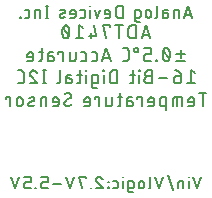
<source format=gbr>
G04 EAGLE Gerber RS-274X export*
G75*
%MOMM*%
%FSLAX34Y34*%
%LPD*%
%INSilkscreen Bottom*%
%IPPOS*%
%AMOC8*
5,1,8,0,0,1.08239X$1,22.5*%
G01*
%ADD10C,0.152400*%
%ADD11C,0.127000*%


D10*
X194754Y15113D02*
X191452Y5207D01*
X188150Y15113D01*
X184251Y11811D02*
X184251Y5207D01*
X184526Y14563D02*
X184526Y15113D01*
X183976Y15113D01*
X183976Y14563D01*
X184526Y14563D01*
X179595Y11811D02*
X179595Y5207D01*
X179595Y11811D02*
X176843Y11811D01*
X176764Y11809D01*
X176686Y11804D01*
X176608Y11794D01*
X176531Y11781D01*
X176454Y11764D01*
X176378Y11744D01*
X176303Y11720D01*
X176229Y11693D01*
X176157Y11662D01*
X176086Y11627D01*
X176018Y11590D01*
X175950Y11549D01*
X175885Y11505D01*
X175822Y11458D01*
X175762Y11408D01*
X175704Y11355D01*
X175648Y11299D01*
X175595Y11241D01*
X175545Y11181D01*
X175498Y11118D01*
X175454Y11053D01*
X175413Y10986D01*
X175376Y10917D01*
X175341Y10846D01*
X175310Y10774D01*
X175283Y10700D01*
X175259Y10625D01*
X175239Y10549D01*
X175222Y10472D01*
X175209Y10395D01*
X175199Y10317D01*
X175194Y10239D01*
X175192Y10160D01*
X175192Y5207D01*
X170679Y4106D02*
X166277Y16214D01*
X162522Y15113D02*
X159220Y5207D01*
X155918Y15113D01*
X151755Y15113D02*
X151755Y6858D01*
X151753Y6779D01*
X151748Y6701D01*
X151738Y6623D01*
X151725Y6546D01*
X151708Y6469D01*
X151688Y6393D01*
X151664Y6318D01*
X151637Y6244D01*
X151606Y6172D01*
X151571Y6101D01*
X151534Y6033D01*
X151493Y5965D01*
X151449Y5900D01*
X151402Y5837D01*
X151352Y5777D01*
X151299Y5719D01*
X151243Y5663D01*
X151185Y5610D01*
X151125Y5560D01*
X151062Y5513D01*
X150997Y5469D01*
X150930Y5428D01*
X150861Y5391D01*
X150790Y5356D01*
X150718Y5325D01*
X150644Y5298D01*
X150569Y5274D01*
X150493Y5254D01*
X150416Y5237D01*
X150339Y5224D01*
X150261Y5214D01*
X150183Y5209D01*
X150104Y5207D01*
X146334Y7408D02*
X146334Y9610D01*
X146333Y9610D02*
X146331Y9702D01*
X146325Y9794D01*
X146316Y9886D01*
X146302Y9977D01*
X146285Y10068D01*
X146264Y10157D01*
X146239Y10246D01*
X146211Y10334D01*
X146178Y10420D01*
X146143Y10505D01*
X146103Y10589D01*
X146061Y10670D01*
X146015Y10750D01*
X145965Y10828D01*
X145913Y10904D01*
X145857Y10977D01*
X145798Y11048D01*
X145736Y11117D01*
X145672Y11183D01*
X145605Y11246D01*
X145535Y11306D01*
X145463Y11363D01*
X145388Y11417D01*
X145311Y11468D01*
X145233Y11516D01*
X145152Y11561D01*
X145069Y11602D01*
X144985Y11639D01*
X144899Y11673D01*
X144812Y11703D01*
X144724Y11730D01*
X144635Y11753D01*
X144544Y11772D01*
X144454Y11787D01*
X144362Y11799D01*
X144270Y11807D01*
X144178Y11811D01*
X144086Y11811D01*
X143994Y11807D01*
X143902Y11799D01*
X143810Y11787D01*
X143720Y11772D01*
X143629Y11753D01*
X143540Y11730D01*
X143452Y11703D01*
X143365Y11673D01*
X143279Y11639D01*
X143195Y11602D01*
X143112Y11561D01*
X143032Y11516D01*
X142953Y11468D01*
X142876Y11417D01*
X142801Y11363D01*
X142729Y11306D01*
X142659Y11246D01*
X142592Y11183D01*
X142528Y11117D01*
X142466Y11048D01*
X142407Y10977D01*
X142351Y10904D01*
X142299Y10828D01*
X142249Y10750D01*
X142203Y10670D01*
X142161Y10589D01*
X142121Y10505D01*
X142086Y10420D01*
X142053Y10334D01*
X142025Y10246D01*
X142000Y10157D01*
X141979Y10068D01*
X141962Y9977D01*
X141948Y9886D01*
X141939Y9794D01*
X141933Y9702D01*
X141931Y9610D01*
X141931Y7408D01*
X141933Y7316D01*
X141939Y7224D01*
X141948Y7132D01*
X141962Y7041D01*
X141979Y6950D01*
X142000Y6861D01*
X142025Y6772D01*
X142053Y6684D01*
X142086Y6598D01*
X142121Y6513D01*
X142161Y6429D01*
X142203Y6348D01*
X142249Y6268D01*
X142299Y6190D01*
X142351Y6114D01*
X142407Y6041D01*
X142466Y5970D01*
X142528Y5901D01*
X142592Y5835D01*
X142659Y5772D01*
X142729Y5712D01*
X142801Y5655D01*
X142876Y5601D01*
X142953Y5550D01*
X143032Y5502D01*
X143112Y5457D01*
X143195Y5416D01*
X143279Y5379D01*
X143365Y5345D01*
X143452Y5315D01*
X143540Y5288D01*
X143629Y5265D01*
X143720Y5246D01*
X143810Y5231D01*
X143902Y5219D01*
X143994Y5211D01*
X144086Y5207D01*
X144178Y5207D01*
X144270Y5211D01*
X144362Y5219D01*
X144454Y5231D01*
X144544Y5246D01*
X144635Y5265D01*
X144724Y5288D01*
X144812Y5315D01*
X144899Y5345D01*
X144985Y5379D01*
X145069Y5416D01*
X145152Y5457D01*
X145233Y5502D01*
X145311Y5550D01*
X145388Y5601D01*
X145463Y5655D01*
X145535Y5712D01*
X145605Y5772D01*
X145672Y5835D01*
X145736Y5901D01*
X145798Y5970D01*
X145857Y6041D01*
X145913Y6114D01*
X145965Y6190D01*
X146015Y6268D01*
X146061Y6348D01*
X146103Y6429D01*
X146143Y6513D01*
X146178Y6598D01*
X146211Y6684D01*
X146239Y6772D01*
X146264Y6861D01*
X146285Y6950D01*
X146302Y7041D01*
X146316Y7132D01*
X146325Y7224D01*
X146331Y7316D01*
X146333Y7408D01*
X135838Y5207D02*
X133086Y5207D01*
X135838Y5207D02*
X135917Y5209D01*
X135995Y5214D01*
X136073Y5224D01*
X136150Y5237D01*
X136227Y5254D01*
X136303Y5274D01*
X136378Y5298D01*
X136452Y5325D01*
X136524Y5356D01*
X136595Y5391D01*
X136664Y5428D01*
X136731Y5469D01*
X136796Y5513D01*
X136859Y5560D01*
X136919Y5610D01*
X136977Y5663D01*
X137033Y5719D01*
X137086Y5777D01*
X137136Y5837D01*
X137183Y5900D01*
X137227Y5965D01*
X137268Y6033D01*
X137305Y6101D01*
X137340Y6172D01*
X137371Y6244D01*
X137398Y6318D01*
X137422Y6393D01*
X137442Y6469D01*
X137459Y6546D01*
X137472Y6623D01*
X137482Y6701D01*
X137487Y6779D01*
X137489Y6858D01*
X137489Y10160D01*
X137487Y10239D01*
X137482Y10317D01*
X137472Y10395D01*
X137459Y10472D01*
X137442Y10549D01*
X137422Y10625D01*
X137398Y10700D01*
X137371Y10774D01*
X137340Y10846D01*
X137305Y10917D01*
X137268Y10986D01*
X137227Y11053D01*
X137183Y11118D01*
X137136Y11181D01*
X137086Y11241D01*
X137033Y11299D01*
X136977Y11355D01*
X136919Y11408D01*
X136859Y11458D01*
X136796Y11505D01*
X136731Y11549D01*
X136664Y11590D01*
X136595Y11627D01*
X136524Y11662D01*
X136452Y11693D01*
X136378Y11720D01*
X136303Y11744D01*
X136227Y11764D01*
X136150Y11781D01*
X136073Y11794D01*
X135995Y11804D01*
X135917Y11809D01*
X135838Y11811D01*
X133086Y11811D01*
X133086Y3556D01*
X133088Y3477D01*
X133093Y3399D01*
X133103Y3321D01*
X133116Y3244D01*
X133133Y3167D01*
X133153Y3091D01*
X133177Y3016D01*
X133204Y2942D01*
X133235Y2870D01*
X133270Y2799D01*
X133307Y2731D01*
X133348Y2663D01*
X133392Y2598D01*
X133439Y2535D01*
X133489Y2475D01*
X133542Y2417D01*
X133598Y2361D01*
X133656Y2308D01*
X133716Y2258D01*
X133779Y2211D01*
X133844Y2167D01*
X133912Y2126D01*
X133980Y2089D01*
X134051Y2054D01*
X134123Y2023D01*
X134197Y1996D01*
X134272Y1972D01*
X134348Y1952D01*
X134425Y1935D01*
X134502Y1922D01*
X134580Y1912D01*
X134658Y1907D01*
X134737Y1905D01*
X136939Y1905D01*
X128359Y5207D02*
X128359Y11811D01*
X128634Y14563D02*
X128634Y15113D01*
X128084Y15113D01*
X128084Y14563D01*
X128634Y14563D01*
X122378Y5207D02*
X120177Y5207D01*
X122378Y5207D02*
X122457Y5209D01*
X122535Y5214D01*
X122613Y5224D01*
X122690Y5237D01*
X122767Y5254D01*
X122843Y5274D01*
X122918Y5298D01*
X122992Y5325D01*
X123064Y5356D01*
X123135Y5391D01*
X123204Y5428D01*
X123271Y5469D01*
X123336Y5513D01*
X123399Y5560D01*
X123459Y5610D01*
X123517Y5663D01*
X123573Y5719D01*
X123626Y5777D01*
X123676Y5837D01*
X123723Y5900D01*
X123767Y5965D01*
X123808Y6033D01*
X123845Y6101D01*
X123880Y6172D01*
X123911Y6244D01*
X123938Y6318D01*
X123962Y6393D01*
X123982Y6469D01*
X123999Y6546D01*
X124012Y6623D01*
X124022Y6701D01*
X124027Y6779D01*
X124029Y6858D01*
X124029Y10160D01*
X124027Y10239D01*
X124022Y10317D01*
X124012Y10395D01*
X123999Y10472D01*
X123982Y10549D01*
X123962Y10625D01*
X123938Y10700D01*
X123911Y10774D01*
X123880Y10846D01*
X123845Y10917D01*
X123808Y10986D01*
X123767Y11053D01*
X123723Y11118D01*
X123676Y11181D01*
X123626Y11241D01*
X123573Y11299D01*
X123517Y11355D01*
X123459Y11408D01*
X123399Y11458D01*
X123336Y11505D01*
X123271Y11549D01*
X123204Y11590D01*
X123135Y11627D01*
X123064Y11662D01*
X122992Y11693D01*
X122918Y11720D01*
X122843Y11744D01*
X122767Y11764D01*
X122690Y11781D01*
X122613Y11794D01*
X122535Y11804D01*
X122457Y11809D01*
X122378Y11811D01*
X120177Y11811D01*
X116290Y6583D02*
X116290Y6033D01*
X116290Y6583D02*
X115739Y6583D01*
X115739Y6033D01*
X116290Y6033D01*
X116290Y10435D02*
X116290Y10986D01*
X115739Y10986D01*
X115739Y10435D01*
X116290Y10435D01*
X108196Y15114D02*
X108099Y15112D01*
X108002Y15106D01*
X107905Y15097D01*
X107809Y15084D01*
X107713Y15066D01*
X107618Y15046D01*
X107524Y15021D01*
X107431Y14993D01*
X107339Y14961D01*
X107248Y14925D01*
X107159Y14886D01*
X107071Y14844D01*
X106986Y14798D01*
X106902Y14749D01*
X106820Y14697D01*
X106740Y14641D01*
X106663Y14582D01*
X106587Y14521D01*
X106515Y14456D01*
X106444Y14389D01*
X106377Y14318D01*
X106312Y14246D01*
X106251Y14170D01*
X106192Y14093D01*
X106136Y14013D01*
X106084Y13931D01*
X106035Y13847D01*
X105989Y13762D01*
X105947Y13674D01*
X105908Y13585D01*
X105872Y13494D01*
X105840Y13402D01*
X105812Y13309D01*
X105787Y13215D01*
X105767Y13120D01*
X105749Y13024D01*
X105736Y12928D01*
X105727Y12831D01*
X105721Y12734D01*
X105719Y12637D01*
X108196Y15113D02*
X108307Y15111D01*
X108418Y15105D01*
X108529Y15096D01*
X108639Y15082D01*
X108749Y15065D01*
X108858Y15043D01*
X108966Y15018D01*
X109074Y14990D01*
X109180Y14957D01*
X109285Y14921D01*
X109389Y14881D01*
X109491Y14837D01*
X109592Y14790D01*
X109691Y14740D01*
X109788Y14686D01*
X109883Y14629D01*
X109977Y14568D01*
X110068Y14504D01*
X110156Y14437D01*
X110243Y14367D01*
X110327Y14294D01*
X110408Y14219D01*
X110486Y14140D01*
X110562Y14059D01*
X110635Y13975D01*
X110705Y13888D01*
X110772Y13799D01*
X110835Y13708D01*
X110896Y13615D01*
X110953Y13520D01*
X111007Y13423D01*
X111057Y13323D01*
X111104Y13223D01*
X111147Y13120D01*
X111187Y13017D01*
X111223Y12911D01*
X106544Y10711D02*
X106475Y10780D01*
X106408Y10851D01*
X106343Y10925D01*
X106282Y11001D01*
X106223Y11079D01*
X106167Y11159D01*
X106114Y11242D01*
X106064Y11326D01*
X106018Y11412D01*
X105974Y11500D01*
X105934Y11589D01*
X105897Y11680D01*
X105864Y11772D01*
X105833Y11865D01*
X105807Y11959D01*
X105784Y12054D01*
X105764Y12150D01*
X105748Y12247D01*
X105735Y12344D01*
X105726Y12441D01*
X105721Y12539D01*
X105719Y12637D01*
X106545Y10710D02*
X111223Y5207D01*
X105719Y5207D01*
X101545Y5207D02*
X101545Y5757D01*
X100995Y5757D01*
X100995Y5207D01*
X101545Y5207D01*
X96821Y14012D02*
X96821Y15113D01*
X91317Y15113D01*
X94069Y5207D01*
X83782Y5207D02*
X87084Y15113D01*
X80480Y15113D02*
X83782Y5207D01*
X76111Y9059D02*
X69507Y9059D01*
X64588Y5207D02*
X61286Y5207D01*
X61195Y5209D01*
X61104Y5215D01*
X61014Y5224D01*
X60924Y5237D01*
X60834Y5254D01*
X60746Y5274D01*
X60658Y5299D01*
X60571Y5326D01*
X60486Y5358D01*
X60402Y5392D01*
X60319Y5431D01*
X60238Y5472D01*
X60159Y5517D01*
X60082Y5565D01*
X60007Y5617D01*
X59934Y5671D01*
X59863Y5728D01*
X59795Y5789D01*
X59730Y5852D01*
X59667Y5917D01*
X59606Y5985D01*
X59549Y6056D01*
X59495Y6129D01*
X59443Y6204D01*
X59395Y6281D01*
X59350Y6360D01*
X59309Y6441D01*
X59270Y6524D01*
X59236Y6608D01*
X59204Y6693D01*
X59177Y6780D01*
X59152Y6868D01*
X59132Y6956D01*
X59115Y7046D01*
X59102Y7136D01*
X59093Y7226D01*
X59087Y7317D01*
X59085Y7408D01*
X59085Y8509D01*
X59087Y8600D01*
X59093Y8691D01*
X59102Y8781D01*
X59115Y8871D01*
X59132Y8961D01*
X59152Y9049D01*
X59177Y9137D01*
X59204Y9224D01*
X59236Y9309D01*
X59270Y9393D01*
X59309Y9476D01*
X59350Y9557D01*
X59395Y9636D01*
X59443Y9713D01*
X59495Y9788D01*
X59549Y9861D01*
X59606Y9932D01*
X59667Y10000D01*
X59730Y10065D01*
X59795Y10128D01*
X59863Y10189D01*
X59934Y10246D01*
X60007Y10300D01*
X60082Y10352D01*
X60159Y10400D01*
X60238Y10445D01*
X60319Y10486D01*
X60402Y10525D01*
X60486Y10559D01*
X60571Y10591D01*
X60658Y10618D01*
X60746Y10643D01*
X60834Y10663D01*
X60924Y10680D01*
X61014Y10693D01*
X61104Y10702D01*
X61195Y10708D01*
X61286Y10710D01*
X64588Y10710D01*
X64588Y15113D01*
X59085Y15113D01*
X54911Y5757D02*
X54911Y5207D01*
X54911Y5757D02*
X54361Y5757D01*
X54361Y5207D01*
X54911Y5207D01*
X50187Y5207D02*
X46885Y5207D01*
X46794Y5209D01*
X46703Y5215D01*
X46613Y5224D01*
X46523Y5237D01*
X46433Y5254D01*
X46345Y5274D01*
X46257Y5299D01*
X46170Y5326D01*
X46085Y5358D01*
X46001Y5392D01*
X45918Y5431D01*
X45837Y5472D01*
X45758Y5517D01*
X45681Y5565D01*
X45606Y5617D01*
X45533Y5671D01*
X45462Y5728D01*
X45394Y5789D01*
X45329Y5852D01*
X45266Y5917D01*
X45205Y5985D01*
X45148Y6056D01*
X45094Y6129D01*
X45042Y6204D01*
X44994Y6281D01*
X44949Y6360D01*
X44908Y6441D01*
X44869Y6524D01*
X44835Y6608D01*
X44803Y6693D01*
X44776Y6780D01*
X44751Y6868D01*
X44731Y6956D01*
X44714Y7046D01*
X44701Y7136D01*
X44692Y7226D01*
X44686Y7317D01*
X44684Y7408D01*
X44683Y7408D02*
X44683Y8509D01*
X44684Y8509D02*
X44686Y8600D01*
X44692Y8691D01*
X44701Y8781D01*
X44714Y8871D01*
X44731Y8961D01*
X44751Y9049D01*
X44776Y9137D01*
X44803Y9224D01*
X44835Y9309D01*
X44869Y9393D01*
X44908Y9476D01*
X44949Y9557D01*
X44994Y9636D01*
X45042Y9713D01*
X45094Y9788D01*
X45148Y9861D01*
X45205Y9932D01*
X45266Y10000D01*
X45329Y10065D01*
X45394Y10128D01*
X45462Y10189D01*
X45533Y10246D01*
X45606Y10300D01*
X45681Y10352D01*
X45758Y10400D01*
X45837Y10445D01*
X45918Y10486D01*
X46001Y10525D01*
X46085Y10559D01*
X46170Y10591D01*
X46257Y10618D01*
X46345Y10643D01*
X46433Y10663D01*
X46523Y10680D01*
X46613Y10693D01*
X46703Y10702D01*
X46794Y10708D01*
X46885Y10710D01*
X50187Y10710D01*
X50187Y15113D01*
X44683Y15113D01*
X40450Y15113D02*
X37148Y5207D01*
X33846Y15113D01*
X151624Y132207D02*
X147899Y143383D01*
X144173Y132207D01*
X145105Y135001D02*
X150693Y135001D01*
X139192Y132207D02*
X139192Y143383D01*
X136088Y143383D01*
X135977Y143381D01*
X135867Y143375D01*
X135756Y143365D01*
X135646Y143351D01*
X135537Y143334D01*
X135428Y143312D01*
X135320Y143287D01*
X135214Y143257D01*
X135108Y143224D01*
X135003Y143187D01*
X134900Y143147D01*
X134799Y143102D01*
X134699Y143055D01*
X134600Y143003D01*
X134504Y142948D01*
X134410Y142890D01*
X134318Y142829D01*
X134228Y142764D01*
X134140Y142696D01*
X134055Y142625D01*
X133973Y142551D01*
X133893Y142474D01*
X133816Y142394D01*
X133742Y142312D01*
X133671Y142227D01*
X133603Y142139D01*
X133538Y142049D01*
X133477Y141957D01*
X133419Y141863D01*
X133364Y141767D01*
X133312Y141668D01*
X133265Y141568D01*
X133220Y141467D01*
X133180Y141364D01*
X133143Y141259D01*
X133110Y141153D01*
X133080Y141047D01*
X133055Y140939D01*
X133033Y140830D01*
X133016Y140721D01*
X133002Y140611D01*
X132992Y140500D01*
X132986Y140390D01*
X132984Y140279D01*
X132983Y140279D02*
X132983Y135311D01*
X132984Y135311D02*
X132986Y135200D01*
X132992Y135090D01*
X133002Y134979D01*
X133016Y134869D01*
X133033Y134760D01*
X133055Y134651D01*
X133080Y134543D01*
X133110Y134437D01*
X133143Y134331D01*
X133180Y134226D01*
X133220Y134123D01*
X133265Y134022D01*
X133312Y133922D01*
X133364Y133823D01*
X133419Y133727D01*
X133477Y133633D01*
X133538Y133541D01*
X133603Y133451D01*
X133671Y133363D01*
X133742Y133278D01*
X133816Y133196D01*
X133893Y133116D01*
X133973Y133039D01*
X134055Y132965D01*
X134140Y132894D01*
X134228Y132826D01*
X134318Y132761D01*
X134410Y132700D01*
X134504Y132642D01*
X134600Y132587D01*
X134699Y132535D01*
X134799Y132488D01*
X134900Y132443D01*
X135003Y132403D01*
X135108Y132366D01*
X135214Y132333D01*
X135320Y132303D01*
X135428Y132278D01*
X135537Y132256D01*
X135646Y132239D01*
X135756Y132225D01*
X135867Y132215D01*
X135977Y132209D01*
X136088Y132207D01*
X139192Y132207D01*
X125039Y132207D02*
X125039Y143383D01*
X128143Y143383D02*
X121934Y143383D01*
X117475Y143383D02*
X117475Y142141D01*
X117475Y143383D02*
X111266Y143383D01*
X114371Y132207D01*
X106045Y134691D02*
X103561Y143383D01*
X106045Y134691D02*
X99836Y134691D01*
X101699Y137174D02*
X101699Y132207D01*
X94615Y140899D02*
X91511Y143383D01*
X91511Y132207D01*
X94615Y132207D02*
X88406Y132207D01*
X83185Y137795D02*
X83182Y138015D01*
X83175Y138235D01*
X83161Y138454D01*
X83143Y138673D01*
X83119Y138892D01*
X83091Y139110D01*
X83057Y139327D01*
X83018Y139543D01*
X82973Y139759D01*
X82924Y139973D01*
X82869Y140186D01*
X82810Y140398D01*
X82745Y140608D01*
X82675Y140816D01*
X82601Y141023D01*
X82521Y141228D01*
X82437Y141431D01*
X82348Y141632D01*
X82254Y141831D01*
X82221Y141920D01*
X82185Y142008D01*
X82145Y142094D01*
X82102Y142179D01*
X82055Y142261D01*
X82004Y142342D01*
X81951Y142420D01*
X81894Y142496D01*
X81834Y142570D01*
X81771Y142641D01*
X81706Y142710D01*
X81637Y142776D01*
X81566Y142838D01*
X81492Y142898D01*
X81416Y142955D01*
X81338Y143009D01*
X81257Y143059D01*
X81175Y143106D01*
X81090Y143149D01*
X81004Y143189D01*
X80916Y143226D01*
X80827Y143258D01*
X80737Y143287D01*
X80645Y143313D01*
X80553Y143334D01*
X80459Y143352D01*
X80365Y143365D01*
X80271Y143375D01*
X80176Y143381D01*
X80081Y143383D01*
X79986Y143381D01*
X79891Y143375D01*
X79797Y143365D01*
X79703Y143352D01*
X79609Y143334D01*
X79517Y143313D01*
X79425Y143287D01*
X79335Y143258D01*
X79246Y143226D01*
X79158Y143189D01*
X79072Y143149D01*
X78987Y143106D01*
X78905Y143059D01*
X78824Y143009D01*
X78746Y142955D01*
X78670Y142898D01*
X78596Y142838D01*
X78525Y142776D01*
X78456Y142710D01*
X78391Y142641D01*
X78328Y142570D01*
X78268Y142496D01*
X78211Y142420D01*
X78158Y142342D01*
X78107Y142261D01*
X78060Y142179D01*
X78017Y142094D01*
X77977Y142008D01*
X77941Y141920D01*
X77908Y141831D01*
X77907Y141831D02*
X77813Y141632D01*
X77724Y141431D01*
X77640Y141228D01*
X77560Y141023D01*
X77486Y140816D01*
X77416Y140608D01*
X77351Y140398D01*
X77292Y140186D01*
X77237Y139973D01*
X77188Y139759D01*
X77143Y139543D01*
X77104Y139327D01*
X77070Y139110D01*
X77042Y138892D01*
X77018Y138673D01*
X77000Y138454D01*
X76986Y138235D01*
X76979Y138015D01*
X76976Y137795D01*
X83185Y137795D02*
X83182Y137575D01*
X83175Y137355D01*
X83161Y137136D01*
X83143Y136917D01*
X83119Y136698D01*
X83091Y136480D01*
X83057Y136263D01*
X83018Y136047D01*
X82973Y135831D01*
X82924Y135617D01*
X82869Y135404D01*
X82810Y135193D01*
X82745Y134982D01*
X82675Y134774D01*
X82601Y134567D01*
X82521Y134362D01*
X82437Y134159D01*
X82348Y133958D01*
X82254Y133759D01*
X82221Y133670D01*
X82185Y133582D01*
X82145Y133496D01*
X82102Y133411D01*
X82055Y133329D01*
X82004Y133248D01*
X81951Y133170D01*
X81894Y133094D01*
X81834Y133020D01*
X81771Y132949D01*
X81706Y132880D01*
X81637Y132814D01*
X81566Y132752D01*
X81492Y132692D01*
X81416Y132635D01*
X81338Y132581D01*
X81257Y132531D01*
X81175Y132484D01*
X81090Y132441D01*
X81004Y132401D01*
X80916Y132364D01*
X80827Y132332D01*
X80737Y132303D01*
X80645Y132277D01*
X80553Y132256D01*
X80459Y132238D01*
X80365Y132225D01*
X80271Y132215D01*
X80176Y132209D01*
X80081Y132207D01*
X77907Y133759D02*
X77813Y133958D01*
X77724Y134159D01*
X77640Y134362D01*
X77560Y134567D01*
X77486Y134774D01*
X77416Y134982D01*
X77351Y135192D01*
X77292Y135404D01*
X77237Y135617D01*
X77188Y135831D01*
X77143Y136047D01*
X77104Y136263D01*
X77070Y136480D01*
X77042Y136698D01*
X77018Y136917D01*
X77000Y137136D01*
X76986Y137355D01*
X76979Y137575D01*
X76976Y137795D01*
X77908Y133759D02*
X77941Y133670D01*
X77977Y133582D01*
X78017Y133496D01*
X78060Y133411D01*
X78107Y133329D01*
X78158Y133248D01*
X78211Y133170D01*
X78268Y133094D01*
X78328Y133020D01*
X78391Y132949D01*
X78456Y132880D01*
X78525Y132814D01*
X78596Y132752D01*
X78670Y132692D01*
X78746Y132635D01*
X78824Y132581D01*
X78905Y132531D01*
X78987Y132484D01*
X79072Y132441D01*
X79158Y132401D01*
X79246Y132364D01*
X79335Y132332D01*
X79425Y132303D01*
X79517Y132277D01*
X79609Y132256D01*
X79703Y132238D01*
X79797Y132225D01*
X79891Y132215D01*
X79986Y132209D01*
X80081Y132207D01*
X82564Y134691D02*
X77597Y140899D01*
X173581Y119055D02*
X181031Y119055D01*
X177306Y115330D02*
X177306Y122781D01*
X181031Y113157D02*
X173581Y113157D01*
X168219Y118745D02*
X168216Y118965D01*
X168209Y119185D01*
X168195Y119404D01*
X168177Y119623D01*
X168153Y119842D01*
X168125Y120060D01*
X168091Y120277D01*
X168052Y120493D01*
X168007Y120709D01*
X167958Y120923D01*
X167903Y121136D01*
X167844Y121348D01*
X167779Y121558D01*
X167709Y121766D01*
X167635Y121973D01*
X167555Y122178D01*
X167471Y122381D01*
X167382Y122582D01*
X167288Y122781D01*
X167287Y122781D02*
X167254Y122870D01*
X167218Y122958D01*
X167178Y123044D01*
X167135Y123129D01*
X167088Y123211D01*
X167037Y123292D01*
X166984Y123370D01*
X166927Y123446D01*
X166867Y123520D01*
X166804Y123591D01*
X166739Y123660D01*
X166670Y123726D01*
X166599Y123788D01*
X166525Y123848D01*
X166449Y123905D01*
X166371Y123959D01*
X166290Y124009D01*
X166208Y124056D01*
X166123Y124099D01*
X166037Y124139D01*
X165949Y124176D01*
X165860Y124208D01*
X165770Y124237D01*
X165678Y124263D01*
X165586Y124284D01*
X165492Y124302D01*
X165398Y124315D01*
X165304Y124325D01*
X165209Y124331D01*
X165114Y124333D01*
X165019Y124331D01*
X164924Y124325D01*
X164830Y124315D01*
X164736Y124302D01*
X164642Y124284D01*
X164550Y124263D01*
X164458Y124237D01*
X164368Y124208D01*
X164279Y124176D01*
X164191Y124139D01*
X164105Y124099D01*
X164020Y124056D01*
X163938Y124009D01*
X163857Y123959D01*
X163779Y123905D01*
X163703Y123848D01*
X163629Y123788D01*
X163558Y123726D01*
X163489Y123660D01*
X163424Y123591D01*
X163361Y123520D01*
X163301Y123446D01*
X163244Y123370D01*
X163191Y123292D01*
X163140Y123211D01*
X163093Y123129D01*
X163050Y123044D01*
X163010Y122958D01*
X162974Y122870D01*
X162941Y122781D01*
X162940Y122781D02*
X162846Y122582D01*
X162757Y122381D01*
X162673Y122178D01*
X162593Y121973D01*
X162519Y121766D01*
X162449Y121558D01*
X162384Y121348D01*
X162325Y121136D01*
X162270Y120923D01*
X162221Y120709D01*
X162176Y120493D01*
X162137Y120277D01*
X162103Y120060D01*
X162075Y119842D01*
X162051Y119623D01*
X162033Y119404D01*
X162019Y119185D01*
X162012Y118965D01*
X162009Y118745D01*
X168218Y118745D02*
X168215Y118525D01*
X168208Y118305D01*
X168194Y118086D01*
X168176Y117867D01*
X168152Y117648D01*
X168124Y117430D01*
X168090Y117213D01*
X168051Y116997D01*
X168006Y116781D01*
X167957Y116567D01*
X167902Y116354D01*
X167843Y116143D01*
X167778Y115932D01*
X167708Y115724D01*
X167634Y115517D01*
X167554Y115312D01*
X167470Y115109D01*
X167381Y114908D01*
X167287Y114709D01*
X167254Y114620D01*
X167218Y114532D01*
X167178Y114446D01*
X167135Y114361D01*
X167088Y114279D01*
X167037Y114198D01*
X166984Y114120D01*
X166927Y114044D01*
X166867Y113970D01*
X166804Y113899D01*
X166739Y113830D01*
X166670Y113764D01*
X166599Y113702D01*
X166525Y113642D01*
X166449Y113585D01*
X166371Y113531D01*
X166290Y113481D01*
X166208Y113434D01*
X166123Y113391D01*
X166037Y113351D01*
X165949Y113314D01*
X165860Y113282D01*
X165770Y113253D01*
X165678Y113227D01*
X165586Y113206D01*
X165492Y113188D01*
X165398Y113175D01*
X165304Y113165D01*
X165209Y113159D01*
X165114Y113157D01*
X162940Y114709D02*
X162846Y114908D01*
X162757Y115109D01*
X162673Y115312D01*
X162593Y115517D01*
X162519Y115724D01*
X162449Y115932D01*
X162384Y116142D01*
X162325Y116354D01*
X162270Y116567D01*
X162221Y116781D01*
X162176Y116997D01*
X162137Y117213D01*
X162103Y117430D01*
X162075Y117648D01*
X162051Y117867D01*
X162033Y118086D01*
X162019Y118305D01*
X162012Y118525D01*
X162009Y118745D01*
X162941Y114709D02*
X162974Y114620D01*
X163010Y114532D01*
X163050Y114446D01*
X163093Y114361D01*
X163140Y114279D01*
X163191Y114198D01*
X163244Y114120D01*
X163301Y114044D01*
X163361Y113970D01*
X163424Y113899D01*
X163489Y113830D01*
X163558Y113764D01*
X163629Y113702D01*
X163703Y113642D01*
X163779Y113585D01*
X163857Y113531D01*
X163938Y113481D01*
X164020Y113434D01*
X164105Y113391D01*
X164191Y113351D01*
X164279Y113314D01*
X164368Y113282D01*
X164458Y113253D01*
X164550Y113227D01*
X164642Y113206D01*
X164736Y113188D01*
X164830Y113175D01*
X164924Y113165D01*
X165019Y113159D01*
X165114Y113157D01*
X167598Y115641D02*
X162630Y121849D01*
X157423Y113778D02*
X157423Y113157D01*
X157423Y113778D02*
X156803Y113778D01*
X156803Y113157D01*
X157423Y113157D01*
X152216Y113157D02*
X148491Y113157D01*
X148393Y113159D01*
X148296Y113165D01*
X148199Y113174D01*
X148102Y113188D01*
X148006Y113205D01*
X147911Y113226D01*
X147817Y113250D01*
X147723Y113279D01*
X147631Y113311D01*
X147540Y113346D01*
X147451Y113385D01*
X147363Y113428D01*
X147277Y113474D01*
X147193Y113523D01*
X147111Y113576D01*
X147031Y113631D01*
X146953Y113690D01*
X146878Y113752D01*
X146805Y113817D01*
X146735Y113885D01*
X146667Y113955D01*
X146602Y114028D01*
X146540Y114103D01*
X146481Y114181D01*
X146426Y114261D01*
X146373Y114343D01*
X146324Y114427D01*
X146278Y114513D01*
X146235Y114601D01*
X146196Y114690D01*
X146161Y114781D01*
X146129Y114873D01*
X146100Y114967D01*
X146076Y115061D01*
X146055Y115156D01*
X146038Y115252D01*
X146024Y115349D01*
X146015Y115446D01*
X146009Y115543D01*
X146007Y115641D01*
X146008Y115641D02*
X146008Y116882D01*
X146007Y116882D02*
X146009Y116980D01*
X146015Y117077D01*
X146024Y117174D01*
X146038Y117271D01*
X146055Y117367D01*
X146076Y117462D01*
X146100Y117556D01*
X146129Y117650D01*
X146161Y117742D01*
X146196Y117833D01*
X146235Y117922D01*
X146278Y118010D01*
X146324Y118096D01*
X146373Y118180D01*
X146426Y118262D01*
X146481Y118342D01*
X146540Y118420D01*
X146602Y118495D01*
X146667Y118568D01*
X146735Y118638D01*
X146805Y118706D01*
X146878Y118771D01*
X146953Y118833D01*
X147031Y118892D01*
X147111Y118947D01*
X147193Y119000D01*
X147277Y119049D01*
X147363Y119095D01*
X147451Y119138D01*
X147540Y119177D01*
X147631Y119212D01*
X147723Y119244D01*
X147817Y119273D01*
X147911Y119297D01*
X148006Y119318D01*
X148102Y119335D01*
X148199Y119349D01*
X148296Y119358D01*
X148393Y119364D01*
X148491Y119366D01*
X152216Y119366D01*
X152216Y124333D01*
X146008Y124333D01*
X141450Y122470D02*
X141448Y122555D01*
X141442Y122639D01*
X141433Y122724D01*
X141419Y122807D01*
X141402Y122890D01*
X141381Y122973D01*
X141356Y123054D01*
X141328Y123134D01*
X141296Y123212D01*
X141260Y123289D01*
X141221Y123365D01*
X141179Y123438D01*
X141133Y123509D01*
X141084Y123579D01*
X141032Y123646D01*
X140977Y123710D01*
X140919Y123772D01*
X140859Y123832D01*
X140795Y123888D01*
X140730Y123942D01*
X140661Y123992D01*
X140591Y124039D01*
X140519Y124083D01*
X140444Y124124D01*
X140368Y124161D01*
X140290Y124195D01*
X140211Y124225D01*
X140130Y124252D01*
X140049Y124275D01*
X139966Y124294D01*
X139883Y124309D01*
X139799Y124321D01*
X139714Y124329D01*
X139629Y124333D01*
X139545Y124333D01*
X139460Y124329D01*
X139375Y124321D01*
X139291Y124309D01*
X139208Y124294D01*
X139125Y124275D01*
X139044Y124252D01*
X138963Y124225D01*
X138884Y124195D01*
X138806Y124161D01*
X138730Y124124D01*
X138656Y124083D01*
X138583Y124039D01*
X138513Y123992D01*
X138444Y123942D01*
X138379Y123888D01*
X138315Y123832D01*
X138255Y123772D01*
X138197Y123710D01*
X138142Y123646D01*
X138090Y123579D01*
X138041Y123509D01*
X137995Y123438D01*
X137953Y123365D01*
X137914Y123289D01*
X137878Y123212D01*
X137846Y123134D01*
X137818Y123054D01*
X137793Y122973D01*
X137772Y122890D01*
X137755Y122807D01*
X137741Y122724D01*
X137732Y122639D01*
X137726Y122555D01*
X137724Y122470D01*
X137726Y122385D01*
X137732Y122301D01*
X137741Y122216D01*
X137755Y122133D01*
X137772Y122050D01*
X137793Y121967D01*
X137818Y121886D01*
X137846Y121806D01*
X137878Y121728D01*
X137914Y121651D01*
X137953Y121575D01*
X137995Y121502D01*
X138041Y121431D01*
X138090Y121361D01*
X138142Y121294D01*
X138197Y121230D01*
X138255Y121168D01*
X138315Y121108D01*
X138379Y121052D01*
X138444Y120998D01*
X138513Y120948D01*
X138583Y120901D01*
X138656Y120857D01*
X138730Y120816D01*
X138806Y120779D01*
X138884Y120745D01*
X138963Y120715D01*
X139044Y120688D01*
X139125Y120665D01*
X139208Y120646D01*
X139291Y120631D01*
X139375Y120619D01*
X139460Y120611D01*
X139545Y120607D01*
X139629Y120607D01*
X139714Y120611D01*
X139799Y120619D01*
X139883Y120631D01*
X139966Y120646D01*
X140049Y120665D01*
X140130Y120688D01*
X140211Y120715D01*
X140290Y120745D01*
X140368Y120779D01*
X140444Y120816D01*
X140519Y120857D01*
X140591Y120901D01*
X140661Y120948D01*
X140730Y120998D01*
X140795Y121052D01*
X140859Y121108D01*
X140919Y121168D01*
X140977Y121230D01*
X141032Y121294D01*
X141084Y121361D01*
X141133Y121431D01*
X141179Y121502D01*
X141221Y121575D01*
X141260Y121651D01*
X141296Y121728D01*
X141328Y121806D01*
X141356Y121886D01*
X141381Y121967D01*
X141402Y122050D01*
X141419Y122133D01*
X141433Y122216D01*
X141442Y122301D01*
X141448Y122385D01*
X141450Y122470D01*
X130724Y113157D02*
X128241Y113157D01*
X130724Y113157D02*
X130822Y113159D01*
X130919Y113165D01*
X131016Y113174D01*
X131113Y113188D01*
X131209Y113205D01*
X131304Y113226D01*
X131398Y113250D01*
X131492Y113279D01*
X131584Y113311D01*
X131675Y113346D01*
X131764Y113385D01*
X131852Y113428D01*
X131938Y113474D01*
X132022Y113523D01*
X132104Y113576D01*
X132184Y113631D01*
X132262Y113690D01*
X132337Y113752D01*
X132410Y113817D01*
X132480Y113885D01*
X132548Y113955D01*
X132613Y114028D01*
X132675Y114103D01*
X132734Y114181D01*
X132789Y114261D01*
X132842Y114343D01*
X132891Y114427D01*
X132937Y114513D01*
X132980Y114601D01*
X133019Y114690D01*
X133054Y114781D01*
X133086Y114873D01*
X133115Y114967D01*
X133139Y115061D01*
X133160Y115156D01*
X133177Y115252D01*
X133191Y115349D01*
X133200Y115446D01*
X133206Y115544D01*
X133208Y115641D01*
X133208Y121849D01*
X133206Y121947D01*
X133200Y122044D01*
X133191Y122141D01*
X133177Y122238D01*
X133160Y122334D01*
X133139Y122429D01*
X133115Y122523D01*
X133086Y122617D01*
X133054Y122709D01*
X133019Y122800D01*
X132980Y122889D01*
X132937Y122977D01*
X132891Y123063D01*
X132842Y123147D01*
X132789Y123229D01*
X132734Y123309D01*
X132675Y123387D01*
X132613Y123462D01*
X132548Y123535D01*
X132480Y123605D01*
X132410Y123673D01*
X132337Y123738D01*
X132262Y123800D01*
X132184Y123859D01*
X132104Y123914D01*
X132022Y123967D01*
X131938Y124016D01*
X131852Y124062D01*
X131764Y124105D01*
X131675Y124144D01*
X131584Y124179D01*
X131492Y124211D01*
X131398Y124240D01*
X131304Y124264D01*
X131209Y124285D01*
X131113Y124302D01*
X131016Y124316D01*
X130919Y124325D01*
X130822Y124331D01*
X130724Y124333D01*
X128241Y124333D01*
X114441Y124333D02*
X118166Y113157D01*
X110716Y113157D02*
X114441Y124333D01*
X111647Y115951D02*
X117235Y115951D01*
X104377Y113157D02*
X101894Y113157D01*
X104377Y113157D02*
X104461Y113159D01*
X104544Y113165D01*
X104627Y113174D01*
X104710Y113187D01*
X104792Y113204D01*
X104873Y113224D01*
X104953Y113248D01*
X105032Y113276D01*
X105109Y113307D01*
X105185Y113341D01*
X105260Y113379D01*
X105333Y113421D01*
X105403Y113465D01*
X105472Y113513D01*
X105539Y113563D01*
X105603Y113617D01*
X105664Y113673D01*
X105724Y113733D01*
X105780Y113794D01*
X105834Y113858D01*
X105884Y113925D01*
X105932Y113994D01*
X105976Y114064D01*
X106018Y114137D01*
X106056Y114212D01*
X106090Y114288D01*
X106121Y114365D01*
X106149Y114444D01*
X106173Y114524D01*
X106193Y114605D01*
X106210Y114687D01*
X106223Y114770D01*
X106233Y114853D01*
X106238Y114936D01*
X106240Y115020D01*
X106240Y118745D01*
X106238Y118829D01*
X106233Y118912D01*
X106223Y118995D01*
X106210Y119078D01*
X106193Y119160D01*
X106173Y119241D01*
X106149Y119321D01*
X106121Y119400D01*
X106090Y119477D01*
X106056Y119553D01*
X106018Y119628D01*
X105976Y119701D01*
X105932Y119771D01*
X105884Y119840D01*
X105834Y119907D01*
X105780Y119971D01*
X105724Y120032D01*
X105664Y120092D01*
X105603Y120148D01*
X105539Y120202D01*
X105472Y120252D01*
X105403Y120300D01*
X105333Y120344D01*
X105260Y120386D01*
X105185Y120424D01*
X105109Y120458D01*
X105032Y120489D01*
X104953Y120517D01*
X104873Y120541D01*
X104792Y120561D01*
X104710Y120578D01*
X104627Y120591D01*
X104544Y120601D01*
X104461Y120606D01*
X104377Y120608D01*
X101894Y120608D01*
X95614Y113157D02*
X93131Y113157D01*
X95614Y113157D02*
X95698Y113159D01*
X95781Y113165D01*
X95864Y113174D01*
X95947Y113187D01*
X96029Y113204D01*
X96110Y113224D01*
X96190Y113248D01*
X96269Y113276D01*
X96346Y113307D01*
X96422Y113341D01*
X96497Y113379D01*
X96570Y113421D01*
X96640Y113465D01*
X96709Y113513D01*
X96776Y113563D01*
X96840Y113617D01*
X96901Y113673D01*
X96961Y113733D01*
X97017Y113794D01*
X97071Y113858D01*
X97121Y113925D01*
X97169Y113994D01*
X97213Y114064D01*
X97255Y114137D01*
X97293Y114212D01*
X97327Y114288D01*
X97358Y114365D01*
X97386Y114444D01*
X97410Y114524D01*
X97430Y114605D01*
X97447Y114687D01*
X97460Y114770D01*
X97470Y114853D01*
X97475Y114936D01*
X97477Y115020D01*
X97477Y118745D01*
X97475Y118829D01*
X97470Y118912D01*
X97460Y118995D01*
X97447Y119078D01*
X97430Y119160D01*
X97410Y119241D01*
X97386Y119321D01*
X97358Y119400D01*
X97327Y119477D01*
X97293Y119553D01*
X97255Y119628D01*
X97213Y119701D01*
X97169Y119771D01*
X97121Y119840D01*
X97071Y119907D01*
X97017Y119971D01*
X96961Y120032D01*
X96901Y120092D01*
X96840Y120148D01*
X96776Y120202D01*
X96709Y120252D01*
X96640Y120300D01*
X96570Y120344D01*
X96497Y120386D01*
X96422Y120424D01*
X96346Y120458D01*
X96269Y120489D01*
X96190Y120517D01*
X96110Y120541D01*
X96029Y120561D01*
X95947Y120578D01*
X95864Y120591D01*
X95781Y120601D01*
X95698Y120606D01*
X95614Y120608D01*
X93131Y120608D01*
X88350Y120608D02*
X88350Y115020D01*
X88348Y114934D01*
X88342Y114848D01*
X88332Y114763D01*
X88318Y114678D01*
X88301Y114593D01*
X88279Y114510D01*
X88253Y114428D01*
X88224Y114347D01*
X88191Y114268D01*
X88155Y114190D01*
X88115Y114113D01*
X88071Y114039D01*
X88024Y113967D01*
X87974Y113897D01*
X87920Y113830D01*
X87864Y113765D01*
X87804Y113703D01*
X87742Y113643D01*
X87677Y113587D01*
X87610Y113533D01*
X87540Y113483D01*
X87468Y113436D01*
X87394Y113392D01*
X87317Y113352D01*
X87240Y113316D01*
X87160Y113283D01*
X87079Y113254D01*
X86997Y113228D01*
X86914Y113206D01*
X86829Y113189D01*
X86744Y113175D01*
X86659Y113165D01*
X86573Y113159D01*
X86487Y113157D01*
X83383Y113157D01*
X83383Y120608D01*
X77599Y120608D02*
X77599Y113157D01*
X77599Y120608D02*
X73873Y120608D01*
X73873Y119366D01*
X67962Y117503D02*
X65168Y117503D01*
X67962Y117503D02*
X68054Y117501D01*
X68146Y117495D01*
X68238Y117485D01*
X68329Y117472D01*
X68420Y117454D01*
X68510Y117433D01*
X68598Y117408D01*
X68686Y117379D01*
X68772Y117346D01*
X68857Y117310D01*
X68940Y117270D01*
X69022Y117227D01*
X69101Y117180D01*
X69179Y117130D01*
X69254Y117077D01*
X69327Y117021D01*
X69398Y116961D01*
X69466Y116899D01*
X69531Y116834D01*
X69593Y116766D01*
X69653Y116695D01*
X69709Y116622D01*
X69762Y116547D01*
X69812Y116469D01*
X69859Y116390D01*
X69902Y116308D01*
X69942Y116225D01*
X69978Y116140D01*
X70011Y116054D01*
X70040Y115966D01*
X70065Y115878D01*
X70086Y115788D01*
X70104Y115697D01*
X70117Y115606D01*
X70127Y115514D01*
X70133Y115422D01*
X70135Y115330D01*
X70133Y115238D01*
X70127Y115146D01*
X70117Y115054D01*
X70104Y114963D01*
X70086Y114872D01*
X70065Y114782D01*
X70040Y114694D01*
X70011Y114606D01*
X69978Y114520D01*
X69942Y114435D01*
X69902Y114352D01*
X69859Y114270D01*
X69812Y114191D01*
X69762Y114113D01*
X69709Y114038D01*
X69653Y113965D01*
X69593Y113894D01*
X69531Y113826D01*
X69466Y113761D01*
X69398Y113699D01*
X69327Y113639D01*
X69254Y113583D01*
X69179Y113530D01*
X69101Y113480D01*
X69022Y113433D01*
X68940Y113390D01*
X68857Y113350D01*
X68772Y113314D01*
X68686Y113281D01*
X68598Y113252D01*
X68510Y113227D01*
X68420Y113206D01*
X68329Y113188D01*
X68238Y113175D01*
X68146Y113165D01*
X68054Y113159D01*
X67962Y113157D01*
X65168Y113157D01*
X65168Y118745D01*
X65170Y118829D01*
X65176Y118912D01*
X65185Y118995D01*
X65198Y119078D01*
X65215Y119160D01*
X65235Y119241D01*
X65259Y119321D01*
X65287Y119400D01*
X65318Y119477D01*
X65352Y119553D01*
X65390Y119628D01*
X65432Y119701D01*
X65476Y119771D01*
X65524Y119840D01*
X65574Y119907D01*
X65628Y119971D01*
X65684Y120032D01*
X65744Y120092D01*
X65805Y120148D01*
X65869Y120202D01*
X65936Y120252D01*
X66005Y120300D01*
X66075Y120344D01*
X66148Y120386D01*
X66223Y120424D01*
X66299Y120458D01*
X66376Y120489D01*
X66455Y120517D01*
X66535Y120541D01*
X66616Y120561D01*
X66698Y120578D01*
X66781Y120591D01*
X66864Y120601D01*
X66947Y120606D01*
X67031Y120608D01*
X69515Y120608D01*
X60793Y120608D02*
X57068Y120608D01*
X59552Y124333D02*
X59552Y115020D01*
X59550Y114936D01*
X59544Y114853D01*
X59535Y114770D01*
X59522Y114687D01*
X59505Y114605D01*
X59485Y114524D01*
X59461Y114444D01*
X59433Y114365D01*
X59402Y114288D01*
X59368Y114212D01*
X59330Y114137D01*
X59288Y114064D01*
X59244Y113994D01*
X59196Y113925D01*
X59146Y113858D01*
X59092Y113794D01*
X59036Y113733D01*
X58976Y113673D01*
X58915Y113617D01*
X58851Y113563D01*
X58784Y113513D01*
X58715Y113465D01*
X58645Y113421D01*
X58572Y113379D01*
X58497Y113341D01*
X58421Y113307D01*
X58344Y113276D01*
X58265Y113248D01*
X58185Y113224D01*
X58104Y113204D01*
X58022Y113187D01*
X57939Y113174D01*
X57856Y113164D01*
X57773Y113159D01*
X57689Y113157D01*
X57068Y113157D01*
X50673Y113157D02*
X47569Y113157D01*
X50673Y113157D02*
X50757Y113159D01*
X50840Y113165D01*
X50923Y113174D01*
X51006Y113187D01*
X51088Y113204D01*
X51169Y113224D01*
X51249Y113248D01*
X51328Y113276D01*
X51405Y113307D01*
X51481Y113341D01*
X51556Y113379D01*
X51629Y113421D01*
X51699Y113465D01*
X51768Y113513D01*
X51835Y113563D01*
X51899Y113617D01*
X51960Y113673D01*
X52020Y113733D01*
X52076Y113794D01*
X52130Y113858D01*
X52180Y113925D01*
X52228Y113994D01*
X52272Y114064D01*
X52314Y114137D01*
X52352Y114212D01*
X52386Y114288D01*
X52417Y114365D01*
X52445Y114444D01*
X52469Y114524D01*
X52489Y114605D01*
X52506Y114687D01*
X52519Y114770D01*
X52529Y114853D01*
X52534Y114936D01*
X52536Y115020D01*
X52536Y118124D01*
X52534Y118223D01*
X52528Y118321D01*
X52518Y118420D01*
X52505Y118517D01*
X52487Y118615D01*
X52466Y118711D01*
X52440Y118807D01*
X52411Y118901D01*
X52379Y118994D01*
X52342Y119086D01*
X52302Y119176D01*
X52258Y119265D01*
X52211Y119352D01*
X52161Y119437D01*
X52107Y119519D01*
X52050Y119600D01*
X51990Y119678D01*
X51926Y119754D01*
X51860Y119827D01*
X51791Y119898D01*
X51719Y119966D01*
X51644Y120030D01*
X51567Y120092D01*
X51488Y120151D01*
X51406Y120206D01*
X51322Y120259D01*
X51237Y120307D01*
X51149Y120353D01*
X51059Y120395D01*
X50968Y120433D01*
X50876Y120467D01*
X50782Y120498D01*
X50687Y120525D01*
X50591Y120549D01*
X50494Y120568D01*
X50397Y120584D01*
X50299Y120596D01*
X50200Y120604D01*
X50101Y120608D01*
X50003Y120608D01*
X49904Y120604D01*
X49805Y120596D01*
X49707Y120584D01*
X49610Y120568D01*
X49513Y120549D01*
X49417Y120525D01*
X49322Y120498D01*
X49228Y120467D01*
X49136Y120433D01*
X49045Y120395D01*
X48955Y120353D01*
X48867Y120307D01*
X48782Y120259D01*
X48698Y120206D01*
X48616Y120151D01*
X48537Y120092D01*
X48460Y120030D01*
X48385Y119966D01*
X48313Y119898D01*
X48244Y119827D01*
X48178Y119754D01*
X48114Y119678D01*
X48054Y119600D01*
X47997Y119519D01*
X47943Y119437D01*
X47893Y119352D01*
X47846Y119265D01*
X47802Y119176D01*
X47762Y119086D01*
X47725Y118994D01*
X47693Y118901D01*
X47664Y118807D01*
X47638Y118711D01*
X47617Y118615D01*
X47599Y118517D01*
X47586Y118420D01*
X47576Y118321D01*
X47570Y118223D01*
X47568Y118124D01*
X47569Y118124D02*
X47569Y116882D01*
X52536Y116882D01*
X186048Y105283D02*
X189153Y102799D01*
X186048Y105283D02*
X186048Y94107D01*
X182944Y94107D02*
X189153Y94107D01*
X177723Y100316D02*
X173997Y100316D01*
X173899Y100314D01*
X173802Y100308D01*
X173705Y100299D01*
X173608Y100285D01*
X173512Y100268D01*
X173417Y100247D01*
X173323Y100223D01*
X173229Y100194D01*
X173137Y100162D01*
X173046Y100127D01*
X172957Y100088D01*
X172869Y100045D01*
X172783Y99999D01*
X172699Y99950D01*
X172617Y99897D01*
X172537Y99842D01*
X172459Y99783D01*
X172384Y99721D01*
X172311Y99656D01*
X172241Y99588D01*
X172173Y99518D01*
X172108Y99445D01*
X172046Y99370D01*
X171987Y99292D01*
X171932Y99212D01*
X171879Y99130D01*
X171830Y99046D01*
X171784Y98960D01*
X171741Y98872D01*
X171702Y98783D01*
X171667Y98692D01*
X171635Y98600D01*
X171606Y98506D01*
X171582Y98412D01*
X171561Y98317D01*
X171544Y98221D01*
X171530Y98124D01*
X171521Y98027D01*
X171515Y97930D01*
X171513Y97832D01*
X171514Y97832D02*
X171514Y97211D01*
X171516Y97100D01*
X171522Y96990D01*
X171532Y96879D01*
X171546Y96769D01*
X171563Y96660D01*
X171585Y96551D01*
X171610Y96443D01*
X171640Y96337D01*
X171673Y96231D01*
X171710Y96126D01*
X171750Y96023D01*
X171795Y95922D01*
X171842Y95822D01*
X171894Y95723D01*
X171949Y95627D01*
X172007Y95533D01*
X172068Y95441D01*
X172133Y95351D01*
X172201Y95263D01*
X172272Y95178D01*
X172346Y95096D01*
X172423Y95016D01*
X172503Y94939D01*
X172585Y94865D01*
X172670Y94794D01*
X172758Y94726D01*
X172848Y94661D01*
X172940Y94600D01*
X173034Y94542D01*
X173130Y94487D01*
X173229Y94435D01*
X173329Y94388D01*
X173430Y94343D01*
X173533Y94303D01*
X173638Y94266D01*
X173744Y94233D01*
X173850Y94203D01*
X173958Y94178D01*
X174067Y94156D01*
X174176Y94139D01*
X174286Y94125D01*
X174397Y94115D01*
X174507Y94109D01*
X174618Y94107D01*
X174729Y94109D01*
X174839Y94115D01*
X174950Y94125D01*
X175060Y94139D01*
X175169Y94156D01*
X175278Y94178D01*
X175386Y94203D01*
X175492Y94233D01*
X175598Y94266D01*
X175703Y94303D01*
X175806Y94343D01*
X175907Y94388D01*
X176007Y94435D01*
X176106Y94487D01*
X176202Y94542D01*
X176296Y94600D01*
X176388Y94661D01*
X176478Y94726D01*
X176566Y94794D01*
X176651Y94865D01*
X176733Y94939D01*
X176813Y95016D01*
X176890Y95096D01*
X176964Y95178D01*
X177035Y95263D01*
X177103Y95351D01*
X177168Y95441D01*
X177229Y95533D01*
X177287Y95627D01*
X177342Y95723D01*
X177394Y95822D01*
X177441Y95922D01*
X177486Y96023D01*
X177526Y96126D01*
X177563Y96231D01*
X177596Y96337D01*
X177626Y96443D01*
X177651Y96551D01*
X177673Y96660D01*
X177690Y96769D01*
X177704Y96879D01*
X177714Y96990D01*
X177720Y97100D01*
X177722Y97211D01*
X177723Y97211D02*
X177723Y100316D01*
X177721Y100455D01*
X177715Y100594D01*
X177705Y100733D01*
X177692Y100872D01*
X177674Y101010D01*
X177653Y101148D01*
X177628Y101285D01*
X177598Y101421D01*
X177566Y101557D01*
X177529Y101691D01*
X177488Y101824D01*
X177444Y101956D01*
X177396Y102087D01*
X177345Y102217D01*
X177290Y102345D01*
X177231Y102471D01*
X177169Y102596D01*
X177103Y102719D01*
X177034Y102840D01*
X176962Y102959D01*
X176886Y103075D01*
X176807Y103190D01*
X176725Y103303D01*
X176639Y103413D01*
X176551Y103521D01*
X176460Y103626D01*
X176365Y103728D01*
X176268Y103828D01*
X176168Y103925D01*
X176066Y104020D01*
X175961Y104111D01*
X175853Y104199D01*
X175743Y104285D01*
X175630Y104367D01*
X175516Y104446D01*
X175399Y104522D01*
X175280Y104594D01*
X175159Y104663D01*
X175036Y104729D01*
X174911Y104791D01*
X174785Y104850D01*
X174657Y104905D01*
X174527Y104956D01*
X174397Y105004D01*
X174264Y105048D01*
X174131Y105089D01*
X173997Y105126D01*
X173861Y105158D01*
X173725Y105188D01*
X173588Y105213D01*
X173450Y105234D01*
X173312Y105252D01*
X173174Y105265D01*
X173035Y105275D01*
X172895Y105281D01*
X172756Y105283D01*
X166152Y98453D02*
X158701Y98453D01*
X152746Y100316D02*
X149642Y100316D01*
X149642Y100315D02*
X149531Y100313D01*
X149421Y100307D01*
X149310Y100297D01*
X149200Y100283D01*
X149091Y100266D01*
X148982Y100244D01*
X148874Y100219D01*
X148768Y100189D01*
X148662Y100156D01*
X148557Y100119D01*
X148454Y100079D01*
X148353Y100034D01*
X148253Y99987D01*
X148154Y99935D01*
X148058Y99880D01*
X147964Y99822D01*
X147872Y99761D01*
X147782Y99696D01*
X147694Y99628D01*
X147609Y99557D01*
X147527Y99483D01*
X147447Y99406D01*
X147370Y99326D01*
X147296Y99244D01*
X147225Y99159D01*
X147157Y99071D01*
X147092Y98981D01*
X147031Y98889D01*
X146973Y98795D01*
X146918Y98699D01*
X146866Y98600D01*
X146819Y98500D01*
X146774Y98399D01*
X146734Y98296D01*
X146697Y98191D01*
X146664Y98085D01*
X146634Y97979D01*
X146609Y97871D01*
X146587Y97762D01*
X146570Y97653D01*
X146556Y97543D01*
X146546Y97432D01*
X146540Y97322D01*
X146538Y97211D01*
X146540Y97100D01*
X146546Y96990D01*
X146556Y96879D01*
X146570Y96769D01*
X146587Y96660D01*
X146609Y96551D01*
X146634Y96443D01*
X146664Y96337D01*
X146697Y96231D01*
X146734Y96126D01*
X146774Y96023D01*
X146819Y95922D01*
X146866Y95822D01*
X146918Y95723D01*
X146973Y95627D01*
X147031Y95533D01*
X147092Y95441D01*
X147157Y95351D01*
X147225Y95263D01*
X147296Y95178D01*
X147370Y95096D01*
X147447Y95016D01*
X147527Y94939D01*
X147609Y94865D01*
X147694Y94794D01*
X147782Y94726D01*
X147872Y94661D01*
X147964Y94600D01*
X148058Y94542D01*
X148154Y94487D01*
X148253Y94435D01*
X148353Y94388D01*
X148454Y94343D01*
X148557Y94303D01*
X148662Y94266D01*
X148768Y94233D01*
X148874Y94203D01*
X148982Y94178D01*
X149091Y94156D01*
X149200Y94139D01*
X149310Y94125D01*
X149421Y94115D01*
X149531Y94109D01*
X149642Y94107D01*
X152746Y94107D01*
X152746Y105283D01*
X149642Y105283D01*
X149543Y105281D01*
X149445Y105275D01*
X149346Y105265D01*
X149249Y105252D01*
X149151Y105234D01*
X149055Y105213D01*
X148959Y105187D01*
X148865Y105158D01*
X148772Y105126D01*
X148680Y105089D01*
X148590Y105049D01*
X148501Y105005D01*
X148414Y104958D01*
X148329Y104908D01*
X148247Y104854D01*
X148166Y104797D01*
X148088Y104737D01*
X148012Y104673D01*
X147939Y104607D01*
X147868Y104538D01*
X147800Y104466D01*
X147736Y104391D01*
X147674Y104314D01*
X147615Y104235D01*
X147560Y104153D01*
X147507Y104069D01*
X147459Y103984D01*
X147413Y103896D01*
X147371Y103806D01*
X147333Y103715D01*
X147299Y103623D01*
X147268Y103529D01*
X147241Y103434D01*
X147217Y103338D01*
X147198Y103241D01*
X147182Y103144D01*
X147170Y103046D01*
X147162Y102947D01*
X147158Y102848D01*
X147158Y102750D01*
X147162Y102651D01*
X147170Y102552D01*
X147182Y102454D01*
X147198Y102357D01*
X147217Y102260D01*
X147241Y102164D01*
X147268Y102069D01*
X147299Y101975D01*
X147333Y101883D01*
X147371Y101792D01*
X147413Y101702D01*
X147459Y101614D01*
X147507Y101529D01*
X147560Y101445D01*
X147615Y101363D01*
X147674Y101284D01*
X147736Y101207D01*
X147800Y101132D01*
X147868Y101060D01*
X147939Y100991D01*
X148012Y100925D01*
X148088Y100861D01*
X148166Y100801D01*
X148247Y100744D01*
X148329Y100690D01*
X148414Y100640D01*
X148501Y100593D01*
X148590Y100549D01*
X148680Y100509D01*
X148772Y100472D01*
X148865Y100440D01*
X148959Y100411D01*
X149055Y100385D01*
X149151Y100364D01*
X149249Y100346D01*
X149346Y100333D01*
X149445Y100323D01*
X149543Y100317D01*
X149642Y100315D01*
X142233Y101558D02*
X142233Y94107D01*
X142544Y104662D02*
X142544Y105283D01*
X141923Y105283D01*
X141923Y104662D01*
X142544Y104662D01*
X138496Y101558D02*
X134771Y101558D01*
X137255Y105283D02*
X137255Y95970D01*
X137253Y95886D01*
X137247Y95803D01*
X137238Y95720D01*
X137225Y95637D01*
X137208Y95555D01*
X137188Y95474D01*
X137164Y95394D01*
X137136Y95315D01*
X137105Y95238D01*
X137071Y95162D01*
X137033Y95087D01*
X136991Y95014D01*
X136947Y94944D01*
X136899Y94875D01*
X136849Y94808D01*
X136795Y94744D01*
X136739Y94683D01*
X136679Y94623D01*
X136618Y94567D01*
X136554Y94513D01*
X136487Y94463D01*
X136418Y94415D01*
X136348Y94371D01*
X136275Y94329D01*
X136200Y94291D01*
X136124Y94257D01*
X136047Y94226D01*
X135968Y94198D01*
X135888Y94174D01*
X135807Y94154D01*
X135725Y94137D01*
X135642Y94124D01*
X135559Y94114D01*
X135476Y94109D01*
X135392Y94107D01*
X134771Y94107D01*
X123621Y94107D02*
X123621Y105283D01*
X120516Y105283D01*
X120405Y105281D01*
X120295Y105275D01*
X120184Y105265D01*
X120074Y105251D01*
X119965Y105234D01*
X119856Y105212D01*
X119748Y105187D01*
X119642Y105157D01*
X119536Y105124D01*
X119431Y105087D01*
X119328Y105047D01*
X119227Y105002D01*
X119127Y104955D01*
X119028Y104903D01*
X118932Y104848D01*
X118838Y104790D01*
X118746Y104729D01*
X118656Y104664D01*
X118568Y104596D01*
X118483Y104525D01*
X118401Y104451D01*
X118321Y104374D01*
X118244Y104294D01*
X118170Y104212D01*
X118099Y104127D01*
X118031Y104039D01*
X117966Y103949D01*
X117905Y103857D01*
X117847Y103763D01*
X117792Y103667D01*
X117740Y103568D01*
X117693Y103468D01*
X117648Y103367D01*
X117608Y103264D01*
X117571Y103159D01*
X117538Y103053D01*
X117508Y102947D01*
X117483Y102839D01*
X117461Y102730D01*
X117444Y102621D01*
X117430Y102511D01*
X117420Y102400D01*
X117414Y102290D01*
X117412Y102179D01*
X117412Y97211D01*
X117414Y97100D01*
X117420Y96990D01*
X117430Y96879D01*
X117444Y96769D01*
X117461Y96660D01*
X117483Y96551D01*
X117508Y96443D01*
X117538Y96337D01*
X117571Y96231D01*
X117608Y96126D01*
X117648Y96023D01*
X117693Y95922D01*
X117740Y95822D01*
X117792Y95723D01*
X117847Y95627D01*
X117905Y95533D01*
X117966Y95441D01*
X118031Y95351D01*
X118099Y95263D01*
X118170Y95178D01*
X118244Y95096D01*
X118321Y95016D01*
X118401Y94939D01*
X118483Y94865D01*
X118568Y94794D01*
X118656Y94726D01*
X118746Y94661D01*
X118838Y94600D01*
X118932Y94542D01*
X119028Y94487D01*
X119127Y94435D01*
X119227Y94388D01*
X119328Y94343D01*
X119431Y94303D01*
X119536Y94266D01*
X119642Y94233D01*
X119748Y94203D01*
X119856Y94178D01*
X119965Y94156D01*
X120074Y94139D01*
X120184Y94125D01*
X120295Y94115D01*
X120405Y94109D01*
X120516Y94107D01*
X123621Y94107D01*
X112134Y94107D02*
X112134Y101558D01*
X112445Y104662D02*
X112445Y105283D01*
X111824Y105283D01*
X111824Y104662D01*
X112445Y104662D01*
X105590Y94107D02*
X102485Y94107D01*
X105590Y94107D02*
X105674Y94109D01*
X105757Y94115D01*
X105840Y94124D01*
X105923Y94137D01*
X106005Y94154D01*
X106086Y94174D01*
X106166Y94198D01*
X106245Y94226D01*
X106322Y94257D01*
X106398Y94291D01*
X106473Y94329D01*
X106546Y94371D01*
X106616Y94415D01*
X106685Y94463D01*
X106752Y94513D01*
X106816Y94567D01*
X106877Y94623D01*
X106937Y94683D01*
X106993Y94744D01*
X107047Y94808D01*
X107097Y94875D01*
X107145Y94944D01*
X107189Y95014D01*
X107231Y95087D01*
X107269Y95162D01*
X107303Y95238D01*
X107334Y95315D01*
X107362Y95394D01*
X107386Y95474D01*
X107406Y95555D01*
X107423Y95637D01*
X107436Y95720D01*
X107446Y95803D01*
X107451Y95886D01*
X107453Y95970D01*
X107453Y99695D01*
X107451Y99779D01*
X107446Y99862D01*
X107436Y99945D01*
X107423Y100028D01*
X107406Y100110D01*
X107386Y100191D01*
X107362Y100271D01*
X107334Y100350D01*
X107303Y100427D01*
X107269Y100503D01*
X107231Y100578D01*
X107189Y100651D01*
X107145Y100721D01*
X107097Y100790D01*
X107047Y100857D01*
X106993Y100921D01*
X106937Y100982D01*
X106877Y101042D01*
X106816Y101098D01*
X106752Y101152D01*
X106685Y101202D01*
X106616Y101250D01*
X106546Y101294D01*
X106473Y101336D01*
X106398Y101374D01*
X106322Y101408D01*
X106245Y101439D01*
X106166Y101467D01*
X106086Y101491D01*
X106005Y101511D01*
X105923Y101528D01*
X105840Y101541D01*
X105757Y101551D01*
X105674Y101556D01*
X105590Y101558D01*
X102485Y101558D01*
X102485Y92244D01*
X102487Y92160D01*
X102492Y92077D01*
X102502Y91994D01*
X102515Y91911D01*
X102532Y91829D01*
X102552Y91748D01*
X102576Y91668D01*
X102604Y91589D01*
X102635Y91512D01*
X102669Y91436D01*
X102707Y91361D01*
X102749Y91288D01*
X102793Y91218D01*
X102841Y91149D01*
X102891Y91082D01*
X102945Y91018D01*
X103001Y90957D01*
X103061Y90897D01*
X103122Y90841D01*
X103186Y90787D01*
X103253Y90737D01*
X103322Y90689D01*
X103392Y90645D01*
X103465Y90603D01*
X103540Y90565D01*
X103616Y90531D01*
X103693Y90500D01*
X103772Y90472D01*
X103852Y90448D01*
X103933Y90428D01*
X104015Y90411D01*
X104098Y90398D01*
X104181Y90388D01*
X104264Y90383D01*
X104348Y90381D01*
X104348Y90382D02*
X106832Y90382D01*
X97275Y94107D02*
X97275Y101558D01*
X97586Y104662D02*
X97586Y105283D01*
X96965Y105283D01*
X96965Y104662D01*
X97586Y104662D01*
X93539Y101558D02*
X89813Y101558D01*
X92297Y105283D02*
X92297Y95970D01*
X92295Y95886D01*
X92289Y95803D01*
X92280Y95720D01*
X92267Y95637D01*
X92250Y95555D01*
X92230Y95474D01*
X92206Y95394D01*
X92178Y95315D01*
X92147Y95238D01*
X92113Y95162D01*
X92075Y95087D01*
X92033Y95014D01*
X91989Y94944D01*
X91941Y94875D01*
X91891Y94808D01*
X91837Y94744D01*
X91781Y94683D01*
X91721Y94623D01*
X91660Y94567D01*
X91596Y94513D01*
X91529Y94463D01*
X91460Y94415D01*
X91390Y94371D01*
X91317Y94329D01*
X91242Y94291D01*
X91166Y94257D01*
X91089Y94226D01*
X91010Y94198D01*
X90930Y94174D01*
X90849Y94154D01*
X90767Y94137D01*
X90684Y94124D01*
X90601Y94114D01*
X90518Y94109D01*
X90434Y94107D01*
X89813Y94107D01*
X83182Y98453D02*
X80388Y98453D01*
X83182Y98453D02*
X83274Y98451D01*
X83366Y98445D01*
X83458Y98435D01*
X83549Y98422D01*
X83640Y98404D01*
X83730Y98383D01*
X83818Y98358D01*
X83906Y98329D01*
X83992Y98296D01*
X84077Y98260D01*
X84160Y98220D01*
X84242Y98177D01*
X84321Y98130D01*
X84399Y98080D01*
X84474Y98027D01*
X84547Y97971D01*
X84618Y97911D01*
X84686Y97849D01*
X84751Y97784D01*
X84813Y97716D01*
X84873Y97645D01*
X84929Y97572D01*
X84982Y97497D01*
X85032Y97419D01*
X85079Y97340D01*
X85122Y97258D01*
X85162Y97175D01*
X85198Y97090D01*
X85231Y97004D01*
X85260Y96916D01*
X85285Y96828D01*
X85306Y96738D01*
X85324Y96647D01*
X85337Y96556D01*
X85347Y96464D01*
X85353Y96372D01*
X85355Y96280D01*
X85353Y96188D01*
X85347Y96096D01*
X85337Y96004D01*
X85324Y95913D01*
X85306Y95822D01*
X85285Y95732D01*
X85260Y95644D01*
X85231Y95556D01*
X85198Y95470D01*
X85162Y95385D01*
X85122Y95302D01*
X85079Y95220D01*
X85032Y95141D01*
X84982Y95063D01*
X84929Y94988D01*
X84873Y94915D01*
X84813Y94844D01*
X84751Y94776D01*
X84686Y94711D01*
X84618Y94649D01*
X84547Y94589D01*
X84474Y94533D01*
X84399Y94480D01*
X84321Y94430D01*
X84242Y94383D01*
X84160Y94340D01*
X84077Y94300D01*
X83992Y94264D01*
X83906Y94231D01*
X83818Y94202D01*
X83730Y94177D01*
X83640Y94156D01*
X83549Y94138D01*
X83458Y94125D01*
X83366Y94115D01*
X83274Y94109D01*
X83182Y94107D01*
X80388Y94107D01*
X80388Y99695D01*
X80387Y99695D02*
X80389Y99779D01*
X80395Y99862D01*
X80404Y99945D01*
X80417Y100028D01*
X80434Y100110D01*
X80454Y100191D01*
X80478Y100271D01*
X80506Y100350D01*
X80537Y100427D01*
X80571Y100503D01*
X80609Y100578D01*
X80651Y100651D01*
X80695Y100721D01*
X80743Y100790D01*
X80793Y100857D01*
X80847Y100921D01*
X80903Y100982D01*
X80963Y101042D01*
X81024Y101098D01*
X81088Y101152D01*
X81155Y101202D01*
X81224Y101250D01*
X81294Y101294D01*
X81367Y101336D01*
X81442Y101374D01*
X81518Y101408D01*
X81595Y101439D01*
X81674Y101467D01*
X81754Y101491D01*
X81835Y101511D01*
X81917Y101528D01*
X82000Y101541D01*
X82083Y101551D01*
X82166Y101556D01*
X82250Y101558D01*
X84734Y101558D01*
X74902Y105283D02*
X74902Y95970D01*
X74903Y95970D02*
X74901Y95884D01*
X74895Y95798D01*
X74885Y95713D01*
X74871Y95628D01*
X74854Y95543D01*
X74832Y95460D01*
X74806Y95378D01*
X74777Y95297D01*
X74744Y95218D01*
X74708Y95140D01*
X74668Y95063D01*
X74624Y94989D01*
X74577Y94917D01*
X74527Y94847D01*
X74473Y94780D01*
X74417Y94715D01*
X74357Y94653D01*
X74295Y94593D01*
X74230Y94537D01*
X74163Y94483D01*
X74093Y94433D01*
X74021Y94386D01*
X73947Y94342D01*
X73870Y94302D01*
X73793Y94266D01*
X73713Y94233D01*
X73632Y94204D01*
X73550Y94178D01*
X73467Y94156D01*
X73382Y94139D01*
X73297Y94125D01*
X73212Y94115D01*
X73126Y94109D01*
X73040Y94107D01*
X61843Y94107D02*
X61843Y105283D01*
X63084Y94107D02*
X60601Y94107D01*
X60601Y105283D02*
X63084Y105283D01*
X52388Y105283D02*
X52284Y105281D01*
X52179Y105275D01*
X52075Y105265D01*
X51972Y105252D01*
X51869Y105234D01*
X51766Y105213D01*
X51665Y105188D01*
X51564Y105159D01*
X51465Y105126D01*
X51367Y105090D01*
X51271Y105050D01*
X51176Y105006D01*
X51082Y104959D01*
X50991Y104909D01*
X50902Y104855D01*
X50814Y104798D01*
X50729Y104737D01*
X50646Y104673D01*
X50566Y104607D01*
X50488Y104537D01*
X50412Y104465D01*
X50340Y104389D01*
X50270Y104311D01*
X50204Y104231D01*
X50140Y104148D01*
X50079Y104063D01*
X50022Y103975D01*
X49968Y103886D01*
X49918Y103795D01*
X49871Y103701D01*
X49827Y103606D01*
X49787Y103510D01*
X49751Y103412D01*
X49718Y103313D01*
X49689Y103212D01*
X49664Y103111D01*
X49643Y103008D01*
X49625Y102905D01*
X49612Y102802D01*
X49602Y102698D01*
X49596Y102593D01*
X49594Y102489D01*
X52388Y105284D02*
X52507Y105282D01*
X52625Y105276D01*
X52744Y105266D01*
X52862Y105253D01*
X52979Y105235D01*
X53096Y105213D01*
X53212Y105188D01*
X53327Y105159D01*
X53442Y105126D01*
X53555Y105089D01*
X53666Y105049D01*
X53777Y105005D01*
X53885Y104957D01*
X53992Y104906D01*
X54098Y104851D01*
X54201Y104792D01*
X54303Y104731D01*
X54402Y104666D01*
X54500Y104597D01*
X54594Y104526D01*
X54687Y104451D01*
X54777Y104374D01*
X54864Y104293D01*
X54949Y104210D01*
X55031Y104124D01*
X55110Y104035D01*
X55186Y103944D01*
X55259Y103850D01*
X55328Y103754D01*
X55395Y103655D01*
X55458Y103555D01*
X55518Y103452D01*
X55575Y103348D01*
X55627Y103241D01*
X55677Y103133D01*
X55723Y103024D01*
X55765Y102912D01*
X55803Y102800D01*
X50525Y100316D02*
X50450Y100390D01*
X50378Y100467D01*
X50308Y100546D01*
X50241Y100628D01*
X50177Y100712D01*
X50116Y100798D01*
X50058Y100886D01*
X50003Y100977D01*
X49951Y101069D01*
X49903Y101163D01*
X49858Y101258D01*
X49816Y101356D01*
X49778Y101454D01*
X49743Y101554D01*
X49712Y101655D01*
X49685Y101757D01*
X49661Y101860D01*
X49640Y101963D01*
X49624Y102068D01*
X49611Y102173D01*
X49601Y102278D01*
X49596Y102383D01*
X49594Y102489D01*
X50525Y100316D02*
X55803Y94107D01*
X49594Y94107D01*
X41931Y94107D02*
X39447Y94107D01*
X41931Y94107D02*
X42029Y94109D01*
X42126Y94115D01*
X42223Y94124D01*
X42320Y94138D01*
X42416Y94155D01*
X42511Y94176D01*
X42605Y94200D01*
X42699Y94229D01*
X42791Y94261D01*
X42882Y94296D01*
X42971Y94335D01*
X43059Y94378D01*
X43145Y94424D01*
X43229Y94473D01*
X43311Y94526D01*
X43391Y94581D01*
X43469Y94640D01*
X43544Y94702D01*
X43617Y94767D01*
X43687Y94835D01*
X43755Y94905D01*
X43820Y94978D01*
X43882Y95053D01*
X43941Y95131D01*
X43996Y95211D01*
X44049Y95293D01*
X44098Y95377D01*
X44144Y95463D01*
X44187Y95551D01*
X44226Y95640D01*
X44261Y95731D01*
X44293Y95823D01*
X44322Y95917D01*
X44346Y96011D01*
X44367Y96106D01*
X44384Y96202D01*
X44398Y96299D01*
X44407Y96396D01*
X44413Y96494D01*
X44415Y96591D01*
X44414Y96591D02*
X44414Y102799D01*
X44415Y102799D02*
X44413Y102897D01*
X44407Y102994D01*
X44398Y103091D01*
X44384Y103188D01*
X44367Y103284D01*
X44346Y103379D01*
X44322Y103473D01*
X44293Y103567D01*
X44261Y103659D01*
X44226Y103750D01*
X44187Y103839D01*
X44144Y103927D01*
X44098Y104013D01*
X44049Y104097D01*
X43996Y104179D01*
X43941Y104259D01*
X43882Y104337D01*
X43820Y104412D01*
X43755Y104485D01*
X43687Y104555D01*
X43617Y104623D01*
X43544Y104688D01*
X43469Y104750D01*
X43391Y104809D01*
X43311Y104864D01*
X43229Y104917D01*
X43145Y104966D01*
X43059Y105012D01*
X42971Y105055D01*
X42882Y105094D01*
X42791Y105129D01*
X42699Y105161D01*
X42605Y105190D01*
X42511Y105214D01*
X42416Y105235D01*
X42320Y105252D01*
X42223Y105266D01*
X42126Y105275D01*
X42029Y105281D01*
X41931Y105283D01*
X39447Y105283D01*
X196087Y86233D02*
X196087Y75057D01*
X199191Y86233D02*
X192983Y86233D01*
X186802Y75057D02*
X183697Y75057D01*
X186802Y75057D02*
X186886Y75059D01*
X186969Y75065D01*
X187052Y75074D01*
X187135Y75087D01*
X187217Y75104D01*
X187298Y75124D01*
X187378Y75148D01*
X187457Y75176D01*
X187534Y75207D01*
X187610Y75241D01*
X187685Y75279D01*
X187758Y75321D01*
X187828Y75365D01*
X187897Y75413D01*
X187964Y75463D01*
X188028Y75517D01*
X188089Y75573D01*
X188149Y75633D01*
X188205Y75694D01*
X188259Y75758D01*
X188309Y75825D01*
X188357Y75894D01*
X188401Y75964D01*
X188443Y76037D01*
X188481Y76112D01*
X188515Y76188D01*
X188546Y76265D01*
X188574Y76344D01*
X188598Y76424D01*
X188618Y76505D01*
X188635Y76587D01*
X188648Y76670D01*
X188658Y76753D01*
X188663Y76836D01*
X188665Y76920D01*
X188665Y80024D01*
X188663Y80123D01*
X188657Y80221D01*
X188647Y80320D01*
X188634Y80417D01*
X188616Y80515D01*
X188595Y80611D01*
X188569Y80707D01*
X188540Y80801D01*
X188508Y80894D01*
X188471Y80986D01*
X188431Y81076D01*
X188387Y81165D01*
X188340Y81252D01*
X188290Y81337D01*
X188236Y81419D01*
X188179Y81500D01*
X188119Y81578D01*
X188055Y81654D01*
X187989Y81727D01*
X187920Y81798D01*
X187848Y81866D01*
X187773Y81930D01*
X187696Y81992D01*
X187617Y82051D01*
X187535Y82106D01*
X187451Y82159D01*
X187366Y82207D01*
X187278Y82253D01*
X187188Y82295D01*
X187097Y82333D01*
X187005Y82367D01*
X186911Y82398D01*
X186816Y82425D01*
X186720Y82449D01*
X186623Y82468D01*
X186526Y82484D01*
X186428Y82496D01*
X186329Y82504D01*
X186230Y82508D01*
X186132Y82508D01*
X186033Y82504D01*
X185934Y82496D01*
X185836Y82484D01*
X185739Y82468D01*
X185642Y82449D01*
X185546Y82425D01*
X185451Y82398D01*
X185357Y82367D01*
X185265Y82333D01*
X185174Y82295D01*
X185084Y82253D01*
X184996Y82207D01*
X184911Y82159D01*
X184827Y82106D01*
X184745Y82051D01*
X184666Y81992D01*
X184589Y81930D01*
X184514Y81866D01*
X184442Y81798D01*
X184373Y81727D01*
X184307Y81654D01*
X184243Y81578D01*
X184183Y81500D01*
X184126Y81419D01*
X184072Y81337D01*
X184022Y81252D01*
X183975Y81165D01*
X183931Y81076D01*
X183891Y80986D01*
X183854Y80894D01*
X183822Y80801D01*
X183793Y80707D01*
X183767Y80611D01*
X183746Y80515D01*
X183728Y80417D01*
X183715Y80320D01*
X183705Y80221D01*
X183699Y80123D01*
X183697Y80024D01*
X183697Y78782D01*
X188665Y78782D01*
X178095Y75057D02*
X178095Y82508D01*
X172507Y82508D01*
X172421Y82506D01*
X172335Y82500D01*
X172250Y82490D01*
X172165Y82476D01*
X172080Y82459D01*
X171997Y82437D01*
X171915Y82411D01*
X171834Y82382D01*
X171755Y82349D01*
X171677Y82313D01*
X171600Y82273D01*
X171526Y82229D01*
X171454Y82182D01*
X171384Y82132D01*
X171317Y82078D01*
X171252Y82022D01*
X171190Y81962D01*
X171130Y81900D01*
X171074Y81835D01*
X171020Y81768D01*
X170970Y81698D01*
X170923Y81626D01*
X170879Y81552D01*
X170839Y81475D01*
X170803Y81398D01*
X170770Y81318D01*
X170741Y81237D01*
X170715Y81155D01*
X170693Y81072D01*
X170676Y80987D01*
X170662Y80902D01*
X170652Y80817D01*
X170646Y80731D01*
X170644Y80645D01*
X170645Y80645D02*
X170645Y75057D01*
X174370Y75057D02*
X174370Y82508D01*
X164588Y82508D02*
X164588Y71332D01*
X164588Y82508D02*
X161484Y82508D01*
X161398Y82506D01*
X161312Y82500D01*
X161227Y82490D01*
X161142Y82476D01*
X161057Y82459D01*
X160974Y82437D01*
X160892Y82411D01*
X160811Y82382D01*
X160732Y82349D01*
X160654Y82313D01*
X160577Y82273D01*
X160503Y82229D01*
X160431Y82182D01*
X160361Y82132D01*
X160294Y82078D01*
X160229Y82022D01*
X160167Y81962D01*
X160107Y81900D01*
X160051Y81835D01*
X159997Y81768D01*
X159947Y81698D01*
X159900Y81626D01*
X159856Y81552D01*
X159816Y81475D01*
X159780Y81398D01*
X159747Y81318D01*
X159718Y81237D01*
X159692Y81155D01*
X159670Y81072D01*
X159653Y80987D01*
X159639Y80902D01*
X159629Y80817D01*
X159623Y80731D01*
X159621Y80645D01*
X159621Y76920D01*
X159623Y76836D01*
X159628Y76753D01*
X159638Y76670D01*
X159651Y76587D01*
X159668Y76505D01*
X159688Y76424D01*
X159712Y76344D01*
X159740Y76265D01*
X159771Y76188D01*
X159805Y76112D01*
X159843Y76037D01*
X159885Y75964D01*
X159929Y75894D01*
X159977Y75825D01*
X160027Y75758D01*
X160081Y75694D01*
X160137Y75633D01*
X160197Y75573D01*
X160258Y75517D01*
X160322Y75463D01*
X160389Y75413D01*
X160458Y75365D01*
X160528Y75321D01*
X160601Y75279D01*
X160676Y75241D01*
X160752Y75207D01*
X160829Y75176D01*
X160908Y75148D01*
X160988Y75124D01*
X161069Y75104D01*
X161151Y75087D01*
X161234Y75074D01*
X161317Y75064D01*
X161400Y75059D01*
X161484Y75057D01*
X164588Y75057D01*
X152893Y75057D02*
X149789Y75057D01*
X152893Y75057D02*
X152977Y75059D01*
X153060Y75065D01*
X153143Y75074D01*
X153226Y75087D01*
X153308Y75104D01*
X153389Y75124D01*
X153469Y75148D01*
X153548Y75176D01*
X153625Y75207D01*
X153701Y75241D01*
X153776Y75279D01*
X153849Y75321D01*
X153919Y75365D01*
X153988Y75413D01*
X154055Y75463D01*
X154119Y75517D01*
X154180Y75573D01*
X154240Y75633D01*
X154296Y75694D01*
X154350Y75758D01*
X154400Y75825D01*
X154448Y75894D01*
X154492Y75964D01*
X154534Y76037D01*
X154572Y76112D01*
X154606Y76188D01*
X154637Y76265D01*
X154665Y76344D01*
X154689Y76424D01*
X154709Y76505D01*
X154726Y76587D01*
X154739Y76670D01*
X154749Y76753D01*
X154754Y76836D01*
X154756Y76920D01*
X154756Y80024D01*
X154754Y80123D01*
X154748Y80221D01*
X154738Y80320D01*
X154725Y80417D01*
X154707Y80515D01*
X154686Y80611D01*
X154660Y80707D01*
X154631Y80801D01*
X154599Y80894D01*
X154562Y80986D01*
X154522Y81076D01*
X154478Y81165D01*
X154431Y81252D01*
X154381Y81337D01*
X154327Y81419D01*
X154270Y81500D01*
X154210Y81578D01*
X154146Y81654D01*
X154080Y81727D01*
X154011Y81798D01*
X153939Y81866D01*
X153864Y81930D01*
X153787Y81992D01*
X153708Y82051D01*
X153626Y82106D01*
X153542Y82159D01*
X153457Y82207D01*
X153369Y82253D01*
X153279Y82295D01*
X153188Y82333D01*
X153096Y82367D01*
X153002Y82398D01*
X152907Y82425D01*
X152811Y82449D01*
X152714Y82468D01*
X152617Y82484D01*
X152519Y82496D01*
X152420Y82504D01*
X152321Y82508D01*
X152223Y82508D01*
X152124Y82504D01*
X152025Y82496D01*
X151927Y82484D01*
X151830Y82468D01*
X151733Y82449D01*
X151637Y82425D01*
X151542Y82398D01*
X151448Y82367D01*
X151356Y82333D01*
X151265Y82295D01*
X151175Y82253D01*
X151087Y82207D01*
X151002Y82159D01*
X150918Y82106D01*
X150836Y82051D01*
X150757Y81992D01*
X150680Y81930D01*
X150605Y81866D01*
X150533Y81798D01*
X150464Y81727D01*
X150398Y81654D01*
X150334Y81578D01*
X150274Y81500D01*
X150217Y81419D01*
X150163Y81337D01*
X150113Y81252D01*
X150066Y81165D01*
X150022Y81076D01*
X149982Y80986D01*
X149945Y80894D01*
X149913Y80801D01*
X149884Y80707D01*
X149858Y80611D01*
X149837Y80515D01*
X149819Y80417D01*
X149806Y80320D01*
X149796Y80221D01*
X149790Y80123D01*
X149788Y80024D01*
X149789Y80024D02*
X149789Y78782D01*
X154756Y78782D01*
X144386Y75057D02*
X144386Y82508D01*
X140660Y82508D01*
X140660Y81266D01*
X134749Y79403D02*
X131955Y79403D01*
X134749Y79403D02*
X134841Y79401D01*
X134933Y79395D01*
X135025Y79385D01*
X135116Y79372D01*
X135207Y79354D01*
X135297Y79333D01*
X135385Y79308D01*
X135473Y79279D01*
X135559Y79246D01*
X135644Y79210D01*
X135727Y79170D01*
X135809Y79127D01*
X135888Y79080D01*
X135966Y79030D01*
X136041Y78977D01*
X136114Y78921D01*
X136185Y78861D01*
X136253Y78799D01*
X136318Y78734D01*
X136380Y78666D01*
X136440Y78595D01*
X136496Y78522D01*
X136549Y78447D01*
X136599Y78369D01*
X136646Y78290D01*
X136689Y78208D01*
X136729Y78125D01*
X136765Y78040D01*
X136798Y77954D01*
X136827Y77866D01*
X136852Y77778D01*
X136873Y77688D01*
X136891Y77597D01*
X136904Y77506D01*
X136914Y77414D01*
X136920Y77322D01*
X136922Y77230D01*
X136920Y77138D01*
X136914Y77046D01*
X136904Y76954D01*
X136891Y76863D01*
X136873Y76772D01*
X136852Y76682D01*
X136827Y76594D01*
X136798Y76506D01*
X136765Y76420D01*
X136729Y76335D01*
X136689Y76252D01*
X136646Y76170D01*
X136599Y76091D01*
X136549Y76013D01*
X136496Y75938D01*
X136440Y75865D01*
X136380Y75794D01*
X136318Y75726D01*
X136253Y75661D01*
X136185Y75599D01*
X136114Y75539D01*
X136041Y75483D01*
X135966Y75430D01*
X135888Y75380D01*
X135809Y75333D01*
X135727Y75290D01*
X135644Y75250D01*
X135559Y75214D01*
X135473Y75181D01*
X135385Y75152D01*
X135297Y75127D01*
X135207Y75106D01*
X135116Y75088D01*
X135025Y75075D01*
X134933Y75065D01*
X134841Y75059D01*
X134749Y75057D01*
X131955Y75057D01*
X131955Y80645D01*
X131957Y80729D01*
X131963Y80812D01*
X131972Y80895D01*
X131985Y80978D01*
X132002Y81060D01*
X132022Y81141D01*
X132046Y81221D01*
X132074Y81300D01*
X132105Y81377D01*
X132139Y81453D01*
X132177Y81528D01*
X132219Y81601D01*
X132263Y81671D01*
X132311Y81740D01*
X132361Y81807D01*
X132415Y81871D01*
X132471Y81932D01*
X132531Y81992D01*
X132592Y82048D01*
X132656Y82102D01*
X132723Y82152D01*
X132792Y82200D01*
X132862Y82244D01*
X132935Y82286D01*
X133010Y82324D01*
X133086Y82358D01*
X133163Y82389D01*
X133242Y82417D01*
X133322Y82441D01*
X133403Y82461D01*
X133485Y82478D01*
X133568Y82491D01*
X133651Y82501D01*
X133734Y82506D01*
X133818Y82508D01*
X136301Y82508D01*
X127580Y82508D02*
X123855Y82508D01*
X126339Y86233D02*
X126339Y76920D01*
X126337Y76836D01*
X126331Y76753D01*
X126322Y76670D01*
X126309Y76587D01*
X126292Y76505D01*
X126272Y76424D01*
X126248Y76344D01*
X126220Y76265D01*
X126189Y76188D01*
X126155Y76112D01*
X126117Y76037D01*
X126075Y75964D01*
X126031Y75894D01*
X125983Y75825D01*
X125933Y75758D01*
X125879Y75694D01*
X125823Y75633D01*
X125763Y75573D01*
X125702Y75517D01*
X125638Y75463D01*
X125571Y75413D01*
X125502Y75365D01*
X125432Y75321D01*
X125359Y75279D01*
X125284Y75241D01*
X125208Y75207D01*
X125131Y75176D01*
X125052Y75148D01*
X124972Y75124D01*
X124891Y75104D01*
X124809Y75087D01*
X124726Y75074D01*
X124643Y75064D01*
X124560Y75059D01*
X124476Y75057D01*
X123855Y75057D01*
X118942Y76920D02*
X118942Y82508D01*
X118942Y76920D02*
X118940Y76834D01*
X118934Y76748D01*
X118924Y76663D01*
X118910Y76578D01*
X118893Y76493D01*
X118871Y76410D01*
X118845Y76328D01*
X118816Y76247D01*
X118783Y76168D01*
X118747Y76090D01*
X118707Y76013D01*
X118663Y75939D01*
X118616Y75867D01*
X118566Y75797D01*
X118512Y75730D01*
X118456Y75665D01*
X118396Y75603D01*
X118334Y75543D01*
X118269Y75487D01*
X118202Y75433D01*
X118132Y75383D01*
X118060Y75336D01*
X117986Y75292D01*
X117909Y75252D01*
X117832Y75216D01*
X117752Y75183D01*
X117671Y75154D01*
X117589Y75128D01*
X117506Y75106D01*
X117421Y75089D01*
X117336Y75075D01*
X117251Y75065D01*
X117165Y75059D01*
X117079Y75057D01*
X113975Y75057D01*
X113975Y82508D01*
X108191Y82508D02*
X108191Y75057D01*
X108191Y82508D02*
X104465Y82508D01*
X104465Y81266D01*
X98791Y75057D02*
X95687Y75057D01*
X98791Y75057D02*
X98875Y75059D01*
X98958Y75065D01*
X99041Y75074D01*
X99124Y75087D01*
X99206Y75104D01*
X99287Y75124D01*
X99367Y75148D01*
X99446Y75176D01*
X99523Y75207D01*
X99599Y75241D01*
X99674Y75279D01*
X99747Y75321D01*
X99817Y75365D01*
X99886Y75413D01*
X99953Y75463D01*
X100017Y75517D01*
X100078Y75573D01*
X100138Y75633D01*
X100194Y75694D01*
X100248Y75758D01*
X100298Y75825D01*
X100346Y75894D01*
X100390Y75964D01*
X100432Y76037D01*
X100470Y76112D01*
X100504Y76188D01*
X100535Y76265D01*
X100563Y76344D01*
X100587Y76424D01*
X100607Y76505D01*
X100624Y76587D01*
X100637Y76670D01*
X100647Y76753D01*
X100652Y76836D01*
X100654Y76920D01*
X100654Y80024D01*
X100652Y80123D01*
X100646Y80221D01*
X100636Y80320D01*
X100623Y80417D01*
X100605Y80515D01*
X100584Y80611D01*
X100558Y80707D01*
X100529Y80801D01*
X100497Y80894D01*
X100460Y80986D01*
X100420Y81076D01*
X100376Y81165D01*
X100329Y81252D01*
X100279Y81337D01*
X100225Y81419D01*
X100168Y81500D01*
X100108Y81578D01*
X100044Y81654D01*
X99978Y81727D01*
X99909Y81798D01*
X99837Y81866D01*
X99762Y81930D01*
X99685Y81992D01*
X99606Y82051D01*
X99524Y82106D01*
X99440Y82159D01*
X99355Y82207D01*
X99267Y82253D01*
X99177Y82295D01*
X99086Y82333D01*
X98994Y82367D01*
X98900Y82398D01*
X98805Y82425D01*
X98709Y82449D01*
X98612Y82468D01*
X98515Y82484D01*
X98417Y82496D01*
X98318Y82504D01*
X98219Y82508D01*
X98121Y82508D01*
X98022Y82504D01*
X97923Y82496D01*
X97825Y82484D01*
X97728Y82468D01*
X97631Y82449D01*
X97535Y82425D01*
X97440Y82398D01*
X97346Y82367D01*
X97254Y82333D01*
X97163Y82295D01*
X97073Y82253D01*
X96985Y82207D01*
X96900Y82159D01*
X96816Y82106D01*
X96734Y82051D01*
X96655Y81992D01*
X96578Y81930D01*
X96503Y81866D01*
X96431Y81798D01*
X96362Y81727D01*
X96296Y81654D01*
X96232Y81578D01*
X96172Y81500D01*
X96115Y81419D01*
X96061Y81337D01*
X96011Y81252D01*
X95964Y81165D01*
X95920Y81076D01*
X95880Y80986D01*
X95843Y80894D01*
X95811Y80801D01*
X95782Y80707D01*
X95756Y80611D01*
X95735Y80515D01*
X95717Y80417D01*
X95704Y80320D01*
X95694Y80221D01*
X95688Y80123D01*
X95686Y80024D01*
X95687Y80024D02*
X95687Y78782D01*
X100654Y78782D01*
X81166Y75057D02*
X81068Y75059D01*
X80971Y75065D01*
X80874Y75074D01*
X80777Y75088D01*
X80681Y75105D01*
X80586Y75126D01*
X80492Y75150D01*
X80398Y75179D01*
X80306Y75211D01*
X80215Y75246D01*
X80126Y75285D01*
X80038Y75328D01*
X79952Y75374D01*
X79868Y75423D01*
X79786Y75476D01*
X79706Y75531D01*
X79628Y75590D01*
X79553Y75652D01*
X79480Y75717D01*
X79410Y75785D01*
X79342Y75855D01*
X79277Y75928D01*
X79215Y76003D01*
X79156Y76081D01*
X79101Y76161D01*
X79048Y76243D01*
X78999Y76327D01*
X78953Y76413D01*
X78910Y76501D01*
X78871Y76590D01*
X78836Y76681D01*
X78804Y76773D01*
X78775Y76867D01*
X78751Y76961D01*
X78730Y77056D01*
X78713Y77152D01*
X78699Y77249D01*
X78690Y77346D01*
X78684Y77443D01*
X78682Y77541D01*
X81166Y75057D02*
X81309Y75059D01*
X81452Y75065D01*
X81594Y75074D01*
X81736Y75088D01*
X81878Y75106D01*
X82019Y75127D01*
X82160Y75152D01*
X82300Y75181D01*
X82439Y75214D01*
X82577Y75250D01*
X82714Y75291D01*
X82850Y75335D01*
X82984Y75382D01*
X83118Y75434D01*
X83249Y75488D01*
X83380Y75547D01*
X83508Y75609D01*
X83635Y75674D01*
X83760Y75743D01*
X83884Y75816D01*
X84005Y75891D01*
X84124Y75970D01*
X84241Y76052D01*
X84355Y76138D01*
X84467Y76226D01*
X84577Y76317D01*
X84684Y76412D01*
X84789Y76509D01*
X84891Y76609D01*
X84582Y83749D02*
X84580Y83847D01*
X84574Y83944D01*
X84565Y84041D01*
X84551Y84138D01*
X84534Y84234D01*
X84513Y84329D01*
X84489Y84423D01*
X84460Y84517D01*
X84428Y84609D01*
X84393Y84700D01*
X84354Y84789D01*
X84311Y84877D01*
X84265Y84963D01*
X84216Y85047D01*
X84163Y85129D01*
X84108Y85209D01*
X84049Y85287D01*
X83987Y85362D01*
X83922Y85435D01*
X83854Y85505D01*
X83784Y85573D01*
X83711Y85638D01*
X83636Y85700D01*
X83558Y85759D01*
X83478Y85814D01*
X83396Y85867D01*
X83312Y85916D01*
X83226Y85962D01*
X83138Y86005D01*
X83049Y86044D01*
X82958Y86079D01*
X82866Y86111D01*
X82772Y86140D01*
X82678Y86164D01*
X82583Y86185D01*
X82487Y86202D01*
X82390Y86216D01*
X82293Y86225D01*
X82196Y86231D01*
X82098Y86233D01*
X81968Y86231D01*
X81838Y86226D01*
X81708Y86217D01*
X81578Y86204D01*
X81449Y86188D01*
X81320Y86168D01*
X81192Y86144D01*
X81064Y86117D01*
X80938Y86086D01*
X80812Y86052D01*
X80687Y86014D01*
X80564Y85973D01*
X80441Y85928D01*
X80320Y85880D01*
X80200Y85829D01*
X80082Y85774D01*
X79966Y85716D01*
X79851Y85655D01*
X79737Y85590D01*
X79626Y85523D01*
X79517Y85452D01*
X79409Y85378D01*
X79304Y85302D01*
X83339Y81576D02*
X83422Y81627D01*
X83503Y81681D01*
X83581Y81738D01*
X83657Y81798D01*
X83731Y81861D01*
X83802Y81927D01*
X83871Y81995D01*
X83937Y82066D01*
X84001Y82139D01*
X84061Y82215D01*
X84118Y82293D01*
X84173Y82374D01*
X84224Y82456D01*
X84272Y82540D01*
X84317Y82626D01*
X84359Y82714D01*
X84397Y82803D01*
X84431Y82893D01*
X84463Y82985D01*
X84490Y83078D01*
X84514Y83172D01*
X84535Y83267D01*
X84551Y83363D01*
X84564Y83459D01*
X84574Y83555D01*
X84579Y83652D01*
X84581Y83749D01*
X79925Y79714D02*
X79842Y79663D01*
X79761Y79609D01*
X79683Y79552D01*
X79607Y79492D01*
X79533Y79429D01*
X79462Y79363D01*
X79393Y79295D01*
X79327Y79224D01*
X79263Y79151D01*
X79203Y79075D01*
X79146Y78997D01*
X79091Y78916D01*
X79040Y78834D01*
X78992Y78750D01*
X78947Y78664D01*
X78905Y78576D01*
X78867Y78487D01*
X78833Y78397D01*
X78801Y78305D01*
X78774Y78212D01*
X78750Y78118D01*
X78729Y78023D01*
X78713Y77927D01*
X78700Y77831D01*
X78690Y77735D01*
X78685Y77638D01*
X78683Y77541D01*
X79925Y79714D02*
X83340Y81576D01*
X72121Y75057D02*
X69017Y75057D01*
X72121Y75057D02*
X72205Y75059D01*
X72288Y75065D01*
X72371Y75074D01*
X72454Y75087D01*
X72536Y75104D01*
X72617Y75124D01*
X72697Y75148D01*
X72776Y75176D01*
X72853Y75207D01*
X72929Y75241D01*
X73004Y75279D01*
X73077Y75321D01*
X73147Y75365D01*
X73216Y75413D01*
X73283Y75463D01*
X73347Y75517D01*
X73408Y75573D01*
X73468Y75633D01*
X73524Y75694D01*
X73578Y75758D01*
X73628Y75825D01*
X73676Y75894D01*
X73720Y75964D01*
X73762Y76037D01*
X73800Y76112D01*
X73834Y76188D01*
X73865Y76265D01*
X73893Y76344D01*
X73917Y76424D01*
X73937Y76505D01*
X73954Y76587D01*
X73967Y76670D01*
X73977Y76753D01*
X73982Y76836D01*
X73984Y76920D01*
X73984Y80024D01*
X73982Y80123D01*
X73976Y80221D01*
X73966Y80320D01*
X73953Y80417D01*
X73935Y80515D01*
X73914Y80611D01*
X73888Y80707D01*
X73859Y80801D01*
X73827Y80894D01*
X73790Y80986D01*
X73750Y81076D01*
X73706Y81165D01*
X73659Y81252D01*
X73609Y81337D01*
X73555Y81419D01*
X73498Y81500D01*
X73438Y81578D01*
X73374Y81654D01*
X73308Y81727D01*
X73239Y81798D01*
X73167Y81866D01*
X73092Y81930D01*
X73015Y81992D01*
X72936Y82051D01*
X72854Y82106D01*
X72770Y82159D01*
X72685Y82207D01*
X72597Y82253D01*
X72507Y82295D01*
X72416Y82333D01*
X72324Y82367D01*
X72230Y82398D01*
X72135Y82425D01*
X72039Y82449D01*
X71942Y82468D01*
X71845Y82484D01*
X71747Y82496D01*
X71648Y82504D01*
X71549Y82508D01*
X71451Y82508D01*
X71352Y82504D01*
X71253Y82496D01*
X71155Y82484D01*
X71058Y82468D01*
X70961Y82449D01*
X70865Y82425D01*
X70770Y82398D01*
X70676Y82367D01*
X70584Y82333D01*
X70493Y82295D01*
X70403Y82253D01*
X70315Y82207D01*
X70230Y82159D01*
X70146Y82106D01*
X70064Y82051D01*
X69985Y81992D01*
X69908Y81930D01*
X69833Y81866D01*
X69761Y81798D01*
X69692Y81727D01*
X69626Y81654D01*
X69562Y81578D01*
X69502Y81500D01*
X69445Y81419D01*
X69391Y81337D01*
X69341Y81252D01*
X69294Y81165D01*
X69250Y81076D01*
X69210Y80986D01*
X69173Y80894D01*
X69141Y80801D01*
X69112Y80707D01*
X69086Y80611D01*
X69065Y80515D01*
X69047Y80417D01*
X69034Y80320D01*
X69024Y80221D01*
X69018Y80123D01*
X69016Y80024D01*
X69017Y80024D02*
X69017Y78782D01*
X73984Y78782D01*
X63697Y75057D02*
X63697Y82508D01*
X60592Y82508D01*
X60506Y82506D01*
X60420Y82500D01*
X60335Y82490D01*
X60250Y82476D01*
X60165Y82459D01*
X60082Y82437D01*
X60000Y82411D01*
X59919Y82382D01*
X59840Y82349D01*
X59762Y82313D01*
X59685Y82273D01*
X59611Y82229D01*
X59539Y82182D01*
X59469Y82132D01*
X59402Y82078D01*
X59337Y82022D01*
X59275Y81962D01*
X59215Y81900D01*
X59159Y81835D01*
X59105Y81768D01*
X59055Y81698D01*
X59008Y81626D01*
X58964Y81552D01*
X58924Y81475D01*
X58888Y81398D01*
X58855Y81318D01*
X58826Y81237D01*
X58800Y81155D01*
X58778Y81072D01*
X58761Y80987D01*
X58747Y80902D01*
X58737Y80817D01*
X58731Y80731D01*
X58729Y80645D01*
X58730Y80645D02*
X58730Y75057D01*
X52479Y79403D02*
X49374Y78161D01*
X52479Y79403D02*
X52551Y79434D01*
X52621Y79468D01*
X52690Y79506D01*
X52757Y79547D01*
X52822Y79591D01*
X52884Y79639D01*
X52944Y79689D01*
X53002Y79742D01*
X53057Y79798D01*
X53109Y79857D01*
X53158Y79918D01*
X53204Y79981D01*
X53247Y80046D01*
X53287Y80114D01*
X53324Y80183D01*
X53357Y80254D01*
X53386Y80327D01*
X53412Y80401D01*
X53435Y80476D01*
X53453Y80552D01*
X53468Y80629D01*
X53480Y80707D01*
X53487Y80785D01*
X53491Y80863D01*
X53490Y80941D01*
X53486Y81020D01*
X53479Y81098D01*
X53467Y81175D01*
X53452Y81252D01*
X53432Y81328D01*
X53410Y81403D01*
X53383Y81477D01*
X53353Y81549D01*
X53320Y81620D01*
X53283Y81689D01*
X53243Y81757D01*
X53199Y81822D01*
X53153Y81885D01*
X53103Y81946D01*
X53051Y82004D01*
X52996Y82060D01*
X52938Y82113D01*
X52877Y82163D01*
X52815Y82210D01*
X52750Y82253D01*
X52683Y82294D01*
X52614Y82332D01*
X52543Y82365D01*
X52471Y82396D01*
X52397Y82423D01*
X52323Y82446D01*
X52247Y82466D01*
X52170Y82482D01*
X52093Y82494D01*
X52015Y82502D01*
X51936Y82507D01*
X51858Y82508D01*
X51858Y82507D02*
X51689Y82503D01*
X51519Y82494D01*
X51350Y82482D01*
X51182Y82465D01*
X51013Y82444D01*
X50846Y82420D01*
X50679Y82391D01*
X50512Y82358D01*
X50347Y82321D01*
X50182Y82280D01*
X50019Y82236D01*
X49856Y82187D01*
X49695Y82135D01*
X49535Y82078D01*
X49377Y82018D01*
X49220Y81954D01*
X49064Y81886D01*
X49374Y78162D02*
X49302Y78131D01*
X49232Y78097D01*
X49163Y78059D01*
X49096Y78018D01*
X49031Y77974D01*
X48969Y77926D01*
X48909Y77876D01*
X48851Y77823D01*
X48796Y77767D01*
X48744Y77708D01*
X48695Y77647D01*
X48649Y77584D01*
X48606Y77519D01*
X48566Y77451D01*
X48529Y77382D01*
X48496Y77311D01*
X48467Y77238D01*
X48441Y77164D01*
X48418Y77089D01*
X48400Y77013D01*
X48385Y76936D01*
X48373Y76858D01*
X48366Y76780D01*
X48362Y76702D01*
X48363Y76624D01*
X48367Y76545D01*
X48374Y76467D01*
X48386Y76390D01*
X48401Y76313D01*
X48421Y76237D01*
X48443Y76162D01*
X48470Y76088D01*
X48500Y76016D01*
X48533Y75945D01*
X48570Y75876D01*
X48610Y75808D01*
X48654Y75743D01*
X48700Y75680D01*
X48750Y75619D01*
X48802Y75561D01*
X48857Y75505D01*
X48915Y75452D01*
X48976Y75402D01*
X49038Y75355D01*
X49103Y75312D01*
X49170Y75271D01*
X49239Y75233D01*
X49310Y75200D01*
X49382Y75169D01*
X49456Y75142D01*
X49530Y75119D01*
X49606Y75099D01*
X49683Y75083D01*
X49760Y75071D01*
X49838Y75063D01*
X49917Y75058D01*
X49995Y75057D01*
X50244Y75064D01*
X50492Y75076D01*
X50741Y75094D01*
X50989Y75118D01*
X51236Y75148D01*
X51482Y75184D01*
X51728Y75226D01*
X51972Y75273D01*
X52216Y75327D01*
X52458Y75385D01*
X52698Y75450D01*
X52937Y75520D01*
X53174Y75596D01*
X53409Y75678D01*
X43504Y77541D02*
X43504Y80024D01*
X43502Y80123D01*
X43496Y80221D01*
X43486Y80320D01*
X43473Y80417D01*
X43455Y80515D01*
X43434Y80611D01*
X43408Y80707D01*
X43379Y80801D01*
X43347Y80894D01*
X43310Y80986D01*
X43270Y81076D01*
X43226Y81165D01*
X43179Y81252D01*
X43129Y81337D01*
X43075Y81419D01*
X43018Y81500D01*
X42958Y81578D01*
X42894Y81654D01*
X42828Y81727D01*
X42759Y81798D01*
X42687Y81866D01*
X42612Y81930D01*
X42535Y81992D01*
X42456Y82051D01*
X42374Y82106D01*
X42290Y82159D01*
X42205Y82207D01*
X42117Y82253D01*
X42027Y82295D01*
X41936Y82333D01*
X41844Y82367D01*
X41750Y82398D01*
X41655Y82425D01*
X41559Y82449D01*
X41462Y82468D01*
X41365Y82484D01*
X41267Y82496D01*
X41168Y82504D01*
X41069Y82508D01*
X40971Y82508D01*
X40872Y82504D01*
X40773Y82496D01*
X40675Y82484D01*
X40578Y82468D01*
X40481Y82449D01*
X40385Y82425D01*
X40290Y82398D01*
X40196Y82367D01*
X40104Y82333D01*
X40013Y82295D01*
X39923Y82253D01*
X39835Y82207D01*
X39750Y82159D01*
X39666Y82106D01*
X39584Y82051D01*
X39505Y81992D01*
X39428Y81930D01*
X39353Y81866D01*
X39281Y81798D01*
X39212Y81727D01*
X39146Y81654D01*
X39082Y81578D01*
X39022Y81500D01*
X38965Y81419D01*
X38911Y81337D01*
X38861Y81252D01*
X38814Y81165D01*
X38770Y81076D01*
X38730Y80986D01*
X38693Y80894D01*
X38661Y80801D01*
X38632Y80707D01*
X38606Y80611D01*
X38585Y80515D01*
X38567Y80417D01*
X38554Y80320D01*
X38544Y80221D01*
X38538Y80123D01*
X38536Y80024D01*
X38537Y80024D02*
X38537Y77541D01*
X38536Y77541D02*
X38538Y77442D01*
X38544Y77344D01*
X38554Y77245D01*
X38567Y77148D01*
X38585Y77050D01*
X38606Y76954D01*
X38632Y76858D01*
X38661Y76764D01*
X38693Y76671D01*
X38730Y76579D01*
X38770Y76489D01*
X38814Y76400D01*
X38861Y76313D01*
X38911Y76228D01*
X38965Y76146D01*
X39022Y76065D01*
X39082Y75987D01*
X39146Y75911D01*
X39212Y75838D01*
X39281Y75767D01*
X39353Y75699D01*
X39428Y75635D01*
X39505Y75573D01*
X39584Y75514D01*
X39666Y75459D01*
X39750Y75406D01*
X39835Y75358D01*
X39923Y75312D01*
X40013Y75270D01*
X40104Y75232D01*
X40196Y75198D01*
X40290Y75167D01*
X40385Y75140D01*
X40481Y75116D01*
X40578Y75097D01*
X40675Y75081D01*
X40773Y75069D01*
X40872Y75061D01*
X40971Y75057D01*
X41069Y75057D01*
X41168Y75061D01*
X41267Y75069D01*
X41365Y75081D01*
X41462Y75097D01*
X41559Y75116D01*
X41655Y75140D01*
X41750Y75167D01*
X41844Y75198D01*
X41936Y75232D01*
X42027Y75270D01*
X42117Y75312D01*
X42205Y75358D01*
X42290Y75406D01*
X42374Y75459D01*
X42456Y75514D01*
X42535Y75573D01*
X42612Y75635D01*
X42687Y75699D01*
X42759Y75767D01*
X42828Y75838D01*
X42894Y75911D01*
X42958Y75987D01*
X43018Y76065D01*
X43075Y76146D01*
X43129Y76228D01*
X43179Y76313D01*
X43226Y76400D01*
X43270Y76489D01*
X43310Y76579D01*
X43347Y76671D01*
X43379Y76764D01*
X43408Y76858D01*
X43434Y76954D01*
X43455Y77050D01*
X43473Y77148D01*
X43486Y77245D01*
X43496Y77344D01*
X43502Y77442D01*
X43504Y77541D01*
X33134Y75057D02*
X33134Y82508D01*
X29409Y82508D01*
X29409Y81266D01*
D11*
X187286Y149860D02*
X183899Y160020D01*
X180512Y149860D01*
X181359Y152400D02*
X186439Y152400D01*
X176213Y149860D02*
X176213Y156633D01*
X173391Y156633D01*
X173310Y156631D01*
X173230Y156625D01*
X173150Y156616D01*
X173071Y156602D01*
X172992Y156585D01*
X172914Y156564D01*
X172837Y156540D01*
X172762Y156512D01*
X172688Y156480D01*
X172615Y156445D01*
X172545Y156406D01*
X172476Y156364D01*
X172409Y156319D01*
X172344Y156271D01*
X172282Y156219D01*
X172223Y156165D01*
X172166Y156108D01*
X172112Y156049D01*
X172060Y155987D01*
X172012Y155922D01*
X171967Y155855D01*
X171925Y155787D01*
X171886Y155716D01*
X171851Y155643D01*
X171819Y155569D01*
X171791Y155494D01*
X171767Y155417D01*
X171746Y155339D01*
X171729Y155260D01*
X171715Y155181D01*
X171706Y155101D01*
X171700Y155021D01*
X171698Y154940D01*
X171697Y154940D02*
X171697Y149860D01*
X165042Y153811D02*
X162502Y153811D01*
X165042Y153812D02*
X165129Y153810D01*
X165217Y153804D01*
X165304Y153795D01*
X165390Y153781D01*
X165476Y153764D01*
X165560Y153743D01*
X165644Y153718D01*
X165727Y153689D01*
X165808Y153657D01*
X165888Y153622D01*
X165966Y153583D01*
X166043Y153540D01*
X166117Y153494D01*
X166189Y153445D01*
X166259Y153393D01*
X166327Y153337D01*
X166392Y153279D01*
X166455Y153218D01*
X166514Y153154D01*
X166571Y153087D01*
X166625Y153019D01*
X166676Y152947D01*
X166723Y152874D01*
X166768Y152799D01*
X166809Y152721D01*
X166846Y152642D01*
X166880Y152562D01*
X166910Y152480D01*
X166937Y152397D01*
X166960Y152312D01*
X166979Y152227D01*
X166994Y152141D01*
X167006Y152054D01*
X167014Y151967D01*
X167018Y151880D01*
X167018Y151792D01*
X167014Y151705D01*
X167006Y151618D01*
X166994Y151531D01*
X166979Y151445D01*
X166960Y151360D01*
X166937Y151275D01*
X166910Y151192D01*
X166880Y151110D01*
X166846Y151030D01*
X166809Y150951D01*
X166768Y150873D01*
X166723Y150798D01*
X166676Y150725D01*
X166625Y150653D01*
X166571Y150585D01*
X166514Y150518D01*
X166455Y150454D01*
X166392Y150393D01*
X166327Y150335D01*
X166259Y150279D01*
X166189Y150227D01*
X166117Y150178D01*
X166043Y150132D01*
X165966Y150089D01*
X165888Y150050D01*
X165808Y150015D01*
X165727Y149983D01*
X165644Y149954D01*
X165560Y149929D01*
X165476Y149908D01*
X165390Y149891D01*
X165304Y149877D01*
X165217Y149868D01*
X165129Y149862D01*
X165042Y149860D01*
X162502Y149860D01*
X162502Y154940D01*
X162503Y154940D02*
X162505Y155021D01*
X162511Y155101D01*
X162520Y155181D01*
X162534Y155260D01*
X162551Y155339D01*
X162572Y155417D01*
X162596Y155494D01*
X162624Y155569D01*
X162656Y155643D01*
X162691Y155716D01*
X162730Y155787D01*
X162772Y155855D01*
X162817Y155922D01*
X162865Y155987D01*
X162917Y156049D01*
X162971Y156108D01*
X163028Y156165D01*
X163087Y156219D01*
X163149Y156271D01*
X163214Y156319D01*
X163281Y156364D01*
X163350Y156406D01*
X163420Y156445D01*
X163493Y156480D01*
X163567Y156512D01*
X163642Y156540D01*
X163719Y156564D01*
X163797Y156585D01*
X163876Y156602D01*
X163955Y156616D01*
X164035Y156625D01*
X164115Y156631D01*
X164196Y156633D01*
X166453Y156633D01*
X157602Y160020D02*
X157602Y151553D01*
X157600Y151472D01*
X157594Y151392D01*
X157585Y151312D01*
X157571Y151233D01*
X157554Y151154D01*
X157533Y151076D01*
X157509Y150999D01*
X157481Y150924D01*
X157449Y150850D01*
X157414Y150777D01*
X157375Y150707D01*
X157333Y150638D01*
X157288Y150571D01*
X157240Y150506D01*
X157188Y150444D01*
X157134Y150385D01*
X157077Y150328D01*
X157018Y150274D01*
X156956Y150222D01*
X156891Y150174D01*
X156824Y150129D01*
X156756Y150087D01*
X156685Y150048D01*
X156612Y150013D01*
X156538Y149981D01*
X156463Y149953D01*
X156386Y149929D01*
X156308Y149908D01*
X156229Y149891D01*
X156150Y149877D01*
X156070Y149868D01*
X155990Y149862D01*
X155909Y149860D01*
X152210Y152118D02*
X152210Y154376D01*
X152208Y154469D01*
X152202Y154562D01*
X152193Y154655D01*
X152179Y154748D01*
X152162Y154839D01*
X152141Y154930D01*
X152116Y155020D01*
X152088Y155109D01*
X152056Y155197D01*
X152020Y155283D01*
X151981Y155368D01*
X151938Y155451D01*
X151892Y155532D01*
X151842Y155611D01*
X151790Y155688D01*
X151734Y155763D01*
X151675Y155835D01*
X151613Y155905D01*
X151549Y155973D01*
X151481Y156037D01*
X151411Y156099D01*
X151339Y156158D01*
X151264Y156214D01*
X151187Y156266D01*
X151108Y156316D01*
X151027Y156362D01*
X150944Y156405D01*
X150859Y156444D01*
X150773Y156480D01*
X150685Y156512D01*
X150596Y156540D01*
X150506Y156565D01*
X150415Y156586D01*
X150324Y156603D01*
X150231Y156617D01*
X150138Y156626D01*
X150045Y156632D01*
X149952Y156634D01*
X149859Y156632D01*
X149766Y156626D01*
X149673Y156617D01*
X149580Y156603D01*
X149489Y156586D01*
X149398Y156565D01*
X149308Y156540D01*
X149219Y156512D01*
X149131Y156480D01*
X149045Y156444D01*
X148960Y156405D01*
X148877Y156362D01*
X148796Y156316D01*
X148717Y156266D01*
X148640Y156214D01*
X148565Y156158D01*
X148493Y156099D01*
X148423Y156037D01*
X148355Y155973D01*
X148291Y155905D01*
X148229Y155835D01*
X148170Y155763D01*
X148114Y155688D01*
X148062Y155611D01*
X148012Y155532D01*
X147966Y155451D01*
X147923Y155368D01*
X147884Y155283D01*
X147848Y155197D01*
X147816Y155109D01*
X147788Y155020D01*
X147763Y154930D01*
X147742Y154839D01*
X147725Y154748D01*
X147711Y154655D01*
X147702Y154562D01*
X147696Y154469D01*
X147694Y154376D01*
X147694Y152118D01*
X147696Y152025D01*
X147702Y151932D01*
X147711Y151839D01*
X147725Y151746D01*
X147742Y151655D01*
X147763Y151564D01*
X147788Y151474D01*
X147816Y151385D01*
X147848Y151297D01*
X147884Y151211D01*
X147923Y151126D01*
X147966Y151043D01*
X148012Y150962D01*
X148062Y150883D01*
X148114Y150806D01*
X148170Y150731D01*
X148229Y150659D01*
X148291Y150589D01*
X148355Y150521D01*
X148423Y150457D01*
X148493Y150395D01*
X148565Y150336D01*
X148640Y150280D01*
X148717Y150228D01*
X148796Y150178D01*
X148877Y150132D01*
X148960Y150089D01*
X149045Y150050D01*
X149131Y150014D01*
X149219Y149982D01*
X149308Y149954D01*
X149398Y149929D01*
X149489Y149908D01*
X149580Y149891D01*
X149673Y149877D01*
X149766Y149868D01*
X149859Y149862D01*
X149952Y149860D01*
X150045Y149862D01*
X150138Y149868D01*
X150231Y149877D01*
X150324Y149891D01*
X150415Y149908D01*
X150506Y149929D01*
X150596Y149954D01*
X150685Y149982D01*
X150773Y150014D01*
X150859Y150050D01*
X150944Y150089D01*
X151027Y150132D01*
X151108Y150178D01*
X151187Y150228D01*
X151264Y150280D01*
X151339Y150336D01*
X151411Y150395D01*
X151481Y150457D01*
X151549Y150521D01*
X151613Y150589D01*
X151675Y150659D01*
X151734Y150731D01*
X151790Y150806D01*
X151842Y150883D01*
X151892Y150962D01*
X151938Y151043D01*
X151981Y151126D01*
X152020Y151211D01*
X152056Y151297D01*
X152088Y151385D01*
X152116Y151474D01*
X152141Y151564D01*
X152162Y151655D01*
X152179Y151746D01*
X152193Y151839D01*
X152202Y151932D01*
X152208Y152025D01*
X152210Y152118D01*
X141665Y149860D02*
X138842Y149860D01*
X141665Y149860D02*
X141746Y149862D01*
X141826Y149868D01*
X141906Y149877D01*
X141985Y149891D01*
X142064Y149908D01*
X142142Y149929D01*
X142219Y149953D01*
X142294Y149981D01*
X142368Y150013D01*
X142441Y150048D01*
X142512Y150087D01*
X142580Y150129D01*
X142647Y150174D01*
X142712Y150222D01*
X142774Y150274D01*
X142833Y150328D01*
X142890Y150385D01*
X142944Y150444D01*
X142996Y150506D01*
X143044Y150571D01*
X143089Y150638D01*
X143131Y150707D01*
X143170Y150777D01*
X143205Y150850D01*
X143237Y150924D01*
X143265Y150999D01*
X143289Y151076D01*
X143310Y151154D01*
X143327Y151233D01*
X143341Y151312D01*
X143350Y151392D01*
X143356Y151472D01*
X143358Y151553D01*
X143358Y154940D01*
X143356Y155021D01*
X143350Y155101D01*
X143341Y155181D01*
X143327Y155260D01*
X143310Y155339D01*
X143289Y155417D01*
X143265Y155494D01*
X143237Y155569D01*
X143205Y155643D01*
X143170Y155716D01*
X143131Y155787D01*
X143089Y155855D01*
X143044Y155922D01*
X142996Y155987D01*
X142944Y156049D01*
X142890Y156108D01*
X142833Y156165D01*
X142774Y156219D01*
X142712Y156271D01*
X142647Y156319D01*
X142580Y156364D01*
X142512Y156406D01*
X142441Y156445D01*
X142368Y156480D01*
X142294Y156512D01*
X142219Y156540D01*
X142142Y156564D01*
X142064Y156585D01*
X141985Y156602D01*
X141906Y156616D01*
X141826Y156625D01*
X141746Y156631D01*
X141665Y156633D01*
X138842Y156633D01*
X138842Y148167D01*
X138843Y148167D02*
X138845Y148086D01*
X138851Y148006D01*
X138860Y147926D01*
X138874Y147847D01*
X138891Y147768D01*
X138912Y147690D01*
X138936Y147613D01*
X138964Y147538D01*
X138996Y147464D01*
X139031Y147391D01*
X139070Y147321D01*
X139112Y147252D01*
X139157Y147185D01*
X139205Y147120D01*
X139256Y147058D01*
X139311Y146999D01*
X139368Y146942D01*
X139427Y146888D01*
X139489Y146836D01*
X139554Y146788D01*
X139621Y146743D01*
X139689Y146701D01*
X139760Y146662D01*
X139833Y146627D01*
X139907Y146595D01*
X139982Y146567D01*
X140059Y146543D01*
X140137Y146522D01*
X140216Y146505D01*
X140295Y146491D01*
X140375Y146482D01*
X140455Y146476D01*
X140536Y146474D01*
X140536Y146473D02*
X142794Y146473D01*
X128086Y149860D02*
X128086Y160020D01*
X125264Y160020D01*
X125158Y160018D01*
X125053Y160012D01*
X124948Y160002D01*
X124843Y159988D01*
X124739Y159971D01*
X124636Y159949D01*
X124534Y159924D01*
X124432Y159895D01*
X124332Y159862D01*
X124233Y159825D01*
X124136Y159785D01*
X124040Y159741D01*
X123945Y159693D01*
X123853Y159642D01*
X123763Y159587D01*
X123674Y159530D01*
X123588Y159469D01*
X123505Y159404D01*
X123423Y159337D01*
X123345Y159267D01*
X123269Y159193D01*
X123195Y159117D01*
X123125Y159039D01*
X123058Y158957D01*
X122993Y158874D01*
X122932Y158788D01*
X122875Y158699D01*
X122820Y158609D01*
X122769Y158517D01*
X122721Y158422D01*
X122677Y158326D01*
X122637Y158229D01*
X122600Y158130D01*
X122567Y158030D01*
X122538Y157928D01*
X122513Y157826D01*
X122491Y157723D01*
X122474Y157619D01*
X122460Y157514D01*
X122450Y157409D01*
X122444Y157304D01*
X122442Y157198D01*
X122441Y157198D02*
X122441Y152682D01*
X122442Y152682D02*
X122444Y152576D01*
X122450Y152471D01*
X122460Y152366D01*
X122474Y152261D01*
X122491Y152157D01*
X122513Y152054D01*
X122538Y151952D01*
X122567Y151850D01*
X122600Y151750D01*
X122637Y151651D01*
X122677Y151554D01*
X122721Y151458D01*
X122769Y151363D01*
X122820Y151271D01*
X122875Y151181D01*
X122932Y151092D01*
X122993Y151006D01*
X123058Y150923D01*
X123125Y150841D01*
X123195Y150763D01*
X123269Y150687D01*
X123345Y150613D01*
X123423Y150543D01*
X123505Y150476D01*
X123588Y150411D01*
X123674Y150350D01*
X123763Y150293D01*
X123853Y150238D01*
X123945Y150187D01*
X124040Y150139D01*
X124136Y150095D01*
X124233Y150055D01*
X124332Y150018D01*
X124432Y149985D01*
X124534Y149956D01*
X124636Y149931D01*
X124739Y149909D01*
X124843Y149892D01*
X124948Y149878D01*
X125053Y149868D01*
X125158Y149862D01*
X125264Y149860D01*
X128086Y149860D01*
X115884Y149860D02*
X113062Y149860D01*
X115884Y149860D02*
X115965Y149862D01*
X116045Y149868D01*
X116125Y149877D01*
X116204Y149891D01*
X116283Y149908D01*
X116361Y149929D01*
X116438Y149953D01*
X116513Y149981D01*
X116587Y150013D01*
X116660Y150048D01*
X116731Y150087D01*
X116799Y150129D01*
X116866Y150174D01*
X116931Y150222D01*
X116993Y150274D01*
X117052Y150328D01*
X117109Y150385D01*
X117163Y150444D01*
X117215Y150506D01*
X117263Y150571D01*
X117308Y150638D01*
X117350Y150707D01*
X117389Y150777D01*
X117424Y150850D01*
X117456Y150924D01*
X117484Y150999D01*
X117508Y151076D01*
X117529Y151154D01*
X117546Y151233D01*
X117560Y151312D01*
X117569Y151392D01*
X117575Y151472D01*
X117577Y151553D01*
X117577Y154376D01*
X117578Y154376D02*
X117576Y154469D01*
X117570Y154562D01*
X117561Y154655D01*
X117547Y154748D01*
X117530Y154839D01*
X117509Y154930D01*
X117484Y155020D01*
X117456Y155109D01*
X117424Y155197D01*
X117388Y155283D01*
X117349Y155368D01*
X117306Y155451D01*
X117260Y155532D01*
X117210Y155611D01*
X117158Y155688D01*
X117102Y155763D01*
X117043Y155835D01*
X116981Y155905D01*
X116917Y155973D01*
X116849Y156037D01*
X116779Y156099D01*
X116707Y156158D01*
X116632Y156214D01*
X116555Y156266D01*
X116476Y156316D01*
X116395Y156362D01*
X116312Y156405D01*
X116227Y156444D01*
X116141Y156480D01*
X116053Y156512D01*
X115964Y156540D01*
X115874Y156565D01*
X115783Y156586D01*
X115692Y156603D01*
X115599Y156617D01*
X115506Y156626D01*
X115413Y156632D01*
X115320Y156634D01*
X115227Y156632D01*
X115134Y156626D01*
X115041Y156617D01*
X114948Y156603D01*
X114857Y156586D01*
X114766Y156565D01*
X114676Y156540D01*
X114587Y156512D01*
X114499Y156480D01*
X114413Y156444D01*
X114328Y156405D01*
X114245Y156362D01*
X114164Y156316D01*
X114085Y156266D01*
X114008Y156214D01*
X113933Y156158D01*
X113861Y156099D01*
X113791Y156037D01*
X113723Y155973D01*
X113659Y155905D01*
X113597Y155835D01*
X113538Y155763D01*
X113482Y155688D01*
X113430Y155611D01*
X113380Y155532D01*
X113334Y155451D01*
X113291Y155368D01*
X113252Y155283D01*
X113216Y155197D01*
X113184Y155109D01*
X113156Y155020D01*
X113131Y154930D01*
X113110Y154839D01*
X113093Y154748D01*
X113079Y154655D01*
X113070Y154562D01*
X113064Y154469D01*
X113062Y154376D01*
X113062Y153247D01*
X117577Y153247D01*
X109005Y156633D02*
X106747Y149860D01*
X104489Y156633D01*
X100575Y156633D02*
X100575Y149860D01*
X100857Y159456D02*
X100857Y160020D01*
X100293Y160020D01*
X100293Y159456D01*
X100857Y159456D01*
X94610Y149860D02*
X92352Y149860D01*
X94610Y149860D02*
X94691Y149862D01*
X94771Y149868D01*
X94851Y149877D01*
X94930Y149891D01*
X95009Y149908D01*
X95087Y149929D01*
X95164Y149953D01*
X95239Y149981D01*
X95313Y150013D01*
X95386Y150048D01*
X95457Y150087D01*
X95525Y150129D01*
X95592Y150174D01*
X95657Y150222D01*
X95719Y150274D01*
X95778Y150328D01*
X95835Y150385D01*
X95889Y150444D01*
X95941Y150506D01*
X95989Y150571D01*
X96034Y150638D01*
X96076Y150707D01*
X96115Y150777D01*
X96150Y150850D01*
X96182Y150924D01*
X96210Y150999D01*
X96234Y151076D01*
X96255Y151154D01*
X96272Y151233D01*
X96286Y151312D01*
X96295Y151392D01*
X96301Y151472D01*
X96303Y151553D01*
X96303Y154940D01*
X96301Y155021D01*
X96295Y155101D01*
X96286Y155181D01*
X96272Y155260D01*
X96255Y155339D01*
X96234Y155417D01*
X96210Y155494D01*
X96182Y155569D01*
X96150Y155643D01*
X96115Y155716D01*
X96076Y155787D01*
X96034Y155855D01*
X95989Y155922D01*
X95941Y155987D01*
X95889Y156049D01*
X95835Y156108D01*
X95778Y156165D01*
X95719Y156219D01*
X95657Y156271D01*
X95592Y156319D01*
X95525Y156364D01*
X95457Y156406D01*
X95386Y156445D01*
X95313Y156480D01*
X95239Y156512D01*
X95164Y156540D01*
X95087Y156564D01*
X95009Y156585D01*
X94930Y156602D01*
X94851Y156616D01*
X94771Y156625D01*
X94691Y156631D01*
X94610Y156633D01*
X92352Y156633D01*
X86738Y149860D02*
X83915Y149860D01*
X86738Y149860D02*
X86819Y149862D01*
X86899Y149868D01*
X86979Y149877D01*
X87058Y149891D01*
X87137Y149908D01*
X87215Y149929D01*
X87292Y149953D01*
X87367Y149981D01*
X87441Y150013D01*
X87514Y150048D01*
X87585Y150087D01*
X87653Y150129D01*
X87720Y150174D01*
X87785Y150222D01*
X87847Y150274D01*
X87906Y150328D01*
X87963Y150385D01*
X88017Y150444D01*
X88069Y150506D01*
X88117Y150571D01*
X88162Y150638D01*
X88204Y150707D01*
X88243Y150777D01*
X88278Y150850D01*
X88310Y150924D01*
X88338Y150999D01*
X88362Y151076D01*
X88383Y151154D01*
X88400Y151233D01*
X88414Y151312D01*
X88423Y151392D01*
X88429Y151472D01*
X88431Y151553D01*
X88431Y154376D01*
X88429Y154469D01*
X88423Y154562D01*
X88414Y154655D01*
X88400Y154748D01*
X88383Y154839D01*
X88362Y154930D01*
X88337Y155020D01*
X88309Y155109D01*
X88277Y155197D01*
X88241Y155283D01*
X88202Y155368D01*
X88159Y155451D01*
X88113Y155532D01*
X88063Y155611D01*
X88011Y155688D01*
X87955Y155763D01*
X87896Y155835D01*
X87834Y155905D01*
X87770Y155973D01*
X87702Y156037D01*
X87632Y156099D01*
X87560Y156158D01*
X87485Y156214D01*
X87408Y156266D01*
X87329Y156316D01*
X87248Y156362D01*
X87165Y156405D01*
X87080Y156444D01*
X86994Y156480D01*
X86906Y156512D01*
X86817Y156540D01*
X86727Y156565D01*
X86636Y156586D01*
X86545Y156603D01*
X86452Y156617D01*
X86359Y156626D01*
X86266Y156632D01*
X86173Y156634D01*
X86080Y156632D01*
X85987Y156626D01*
X85894Y156617D01*
X85801Y156603D01*
X85710Y156586D01*
X85619Y156565D01*
X85529Y156540D01*
X85440Y156512D01*
X85352Y156480D01*
X85266Y156444D01*
X85181Y156405D01*
X85098Y156362D01*
X85017Y156316D01*
X84938Y156266D01*
X84861Y156214D01*
X84786Y156158D01*
X84714Y156099D01*
X84644Y156037D01*
X84576Y155973D01*
X84512Y155905D01*
X84450Y155835D01*
X84391Y155763D01*
X84335Y155688D01*
X84283Y155611D01*
X84233Y155532D01*
X84187Y155451D01*
X84144Y155368D01*
X84105Y155283D01*
X84069Y155197D01*
X84037Y155109D01*
X84009Y155020D01*
X83984Y154930D01*
X83963Y154839D01*
X83946Y154748D01*
X83932Y154655D01*
X83923Y154562D01*
X83917Y154469D01*
X83915Y154376D01*
X83915Y153247D01*
X88431Y153247D01*
X78669Y153811D02*
X75847Y152682D01*
X78669Y153811D02*
X78738Y153840D01*
X78805Y153874D01*
X78871Y153910D01*
X78935Y153950D01*
X78996Y153994D01*
X79056Y154040D01*
X79112Y154089D01*
X79167Y154141D01*
X79218Y154196D01*
X79267Y154254D01*
X79312Y154313D01*
X79355Y154376D01*
X79394Y154440D01*
X79430Y154506D01*
X79462Y154574D01*
X79491Y154643D01*
X79516Y154714D01*
X79538Y154786D01*
X79556Y154859D01*
X79570Y154933D01*
X79580Y155008D01*
X79586Y155083D01*
X79589Y155158D01*
X79588Y155233D01*
X79582Y155308D01*
X79573Y155383D01*
X79561Y155457D01*
X79544Y155530D01*
X79524Y155603D01*
X79499Y155674D01*
X79472Y155744D01*
X79440Y155813D01*
X79406Y155879D01*
X79368Y155944D01*
X79326Y156007D01*
X79282Y156068D01*
X79234Y156126D01*
X79183Y156181D01*
X79130Y156235D01*
X79074Y156285D01*
X79015Y156332D01*
X78955Y156376D01*
X78892Y156417D01*
X78826Y156455D01*
X78760Y156489D01*
X78691Y156520D01*
X78621Y156547D01*
X78549Y156571D01*
X78477Y156591D01*
X78403Y156607D01*
X78329Y156620D01*
X78254Y156628D01*
X78179Y156633D01*
X78104Y156634D01*
X78104Y156633D02*
X77950Y156629D01*
X77796Y156622D01*
X77643Y156610D01*
X77489Y156595D01*
X77336Y156576D01*
X77184Y156554D01*
X77032Y156527D01*
X76881Y156498D01*
X76730Y156464D01*
X76581Y156427D01*
X76432Y156387D01*
X76284Y156342D01*
X76138Y156295D01*
X75993Y156243D01*
X75848Y156189D01*
X75706Y156130D01*
X75564Y156069D01*
X75846Y152682D02*
X75777Y152653D01*
X75710Y152619D01*
X75644Y152583D01*
X75580Y152543D01*
X75519Y152499D01*
X75459Y152453D01*
X75403Y152404D01*
X75348Y152352D01*
X75297Y152297D01*
X75248Y152239D01*
X75203Y152180D01*
X75160Y152117D01*
X75121Y152053D01*
X75085Y151987D01*
X75053Y151919D01*
X75024Y151850D01*
X74999Y151779D01*
X74977Y151707D01*
X74959Y151634D01*
X74945Y151560D01*
X74935Y151485D01*
X74929Y151410D01*
X74926Y151335D01*
X74927Y151260D01*
X74933Y151185D01*
X74942Y151110D01*
X74954Y151036D01*
X74971Y150963D01*
X74991Y150890D01*
X75016Y150819D01*
X75043Y150749D01*
X75075Y150680D01*
X75109Y150614D01*
X75147Y150549D01*
X75189Y150486D01*
X75233Y150425D01*
X75281Y150367D01*
X75332Y150312D01*
X75385Y150258D01*
X75441Y150208D01*
X75500Y150161D01*
X75560Y150117D01*
X75623Y150076D01*
X75689Y150038D01*
X75755Y150004D01*
X75824Y149973D01*
X75894Y149946D01*
X75966Y149922D01*
X76038Y149902D01*
X76112Y149886D01*
X76186Y149873D01*
X76261Y149865D01*
X76336Y149860D01*
X76411Y149859D01*
X76411Y149860D02*
X76637Y149866D01*
X76863Y149877D01*
X77089Y149894D01*
X77314Y149916D01*
X77539Y149943D01*
X77763Y149976D01*
X77986Y150013D01*
X78209Y150057D01*
X78430Y150105D01*
X78650Y150159D01*
X78869Y150217D01*
X79086Y150281D01*
X79301Y150350D01*
X79515Y150424D01*
X64228Y149860D02*
X64228Y160020D01*
X65357Y149860D02*
X63099Y149860D01*
X63099Y160020D02*
X65357Y160020D01*
X58599Y156633D02*
X58599Y149860D01*
X58599Y156633D02*
X55777Y156633D01*
X55696Y156631D01*
X55616Y156625D01*
X55536Y156616D01*
X55457Y156602D01*
X55378Y156585D01*
X55300Y156564D01*
X55223Y156540D01*
X55148Y156512D01*
X55074Y156480D01*
X55001Y156445D01*
X54931Y156406D01*
X54862Y156364D01*
X54795Y156319D01*
X54730Y156271D01*
X54668Y156219D01*
X54609Y156165D01*
X54552Y156108D01*
X54498Y156049D01*
X54446Y155987D01*
X54398Y155922D01*
X54353Y155855D01*
X54311Y155787D01*
X54272Y155716D01*
X54237Y155643D01*
X54205Y155569D01*
X54177Y155494D01*
X54153Y155417D01*
X54132Y155339D01*
X54115Y155260D01*
X54101Y155181D01*
X54092Y155101D01*
X54086Y155021D01*
X54084Y154940D01*
X54083Y154940D02*
X54083Y149860D01*
X47633Y149860D02*
X45375Y149860D01*
X47633Y149860D02*
X47714Y149862D01*
X47794Y149868D01*
X47874Y149877D01*
X47953Y149891D01*
X48032Y149908D01*
X48110Y149929D01*
X48187Y149953D01*
X48262Y149981D01*
X48336Y150013D01*
X48409Y150048D01*
X48480Y150087D01*
X48548Y150129D01*
X48615Y150174D01*
X48680Y150222D01*
X48742Y150274D01*
X48801Y150328D01*
X48858Y150385D01*
X48912Y150444D01*
X48964Y150506D01*
X49012Y150571D01*
X49057Y150638D01*
X49099Y150707D01*
X49138Y150777D01*
X49173Y150850D01*
X49205Y150924D01*
X49233Y150999D01*
X49257Y151076D01*
X49278Y151154D01*
X49295Y151233D01*
X49309Y151312D01*
X49318Y151392D01*
X49324Y151472D01*
X49326Y151553D01*
X49326Y154940D01*
X49324Y155021D01*
X49318Y155101D01*
X49309Y155181D01*
X49295Y155260D01*
X49278Y155339D01*
X49257Y155417D01*
X49233Y155494D01*
X49205Y155569D01*
X49173Y155643D01*
X49138Y155716D01*
X49099Y155787D01*
X49057Y155855D01*
X49012Y155922D01*
X48964Y155987D01*
X48912Y156049D01*
X48858Y156108D01*
X48801Y156165D01*
X48742Y156219D01*
X48680Y156271D01*
X48615Y156319D01*
X48548Y156364D01*
X48480Y156406D01*
X48409Y156445D01*
X48336Y156480D01*
X48262Y156512D01*
X48187Y156540D01*
X48110Y156564D01*
X48032Y156585D01*
X47953Y156602D01*
X47874Y156616D01*
X47794Y156625D01*
X47714Y156631D01*
X47633Y156633D01*
X45375Y156633D01*
X41879Y150424D02*
X41879Y149860D01*
X41879Y150424D02*
X41314Y150424D01*
X41314Y149860D01*
X41879Y149860D01*
M02*

</source>
